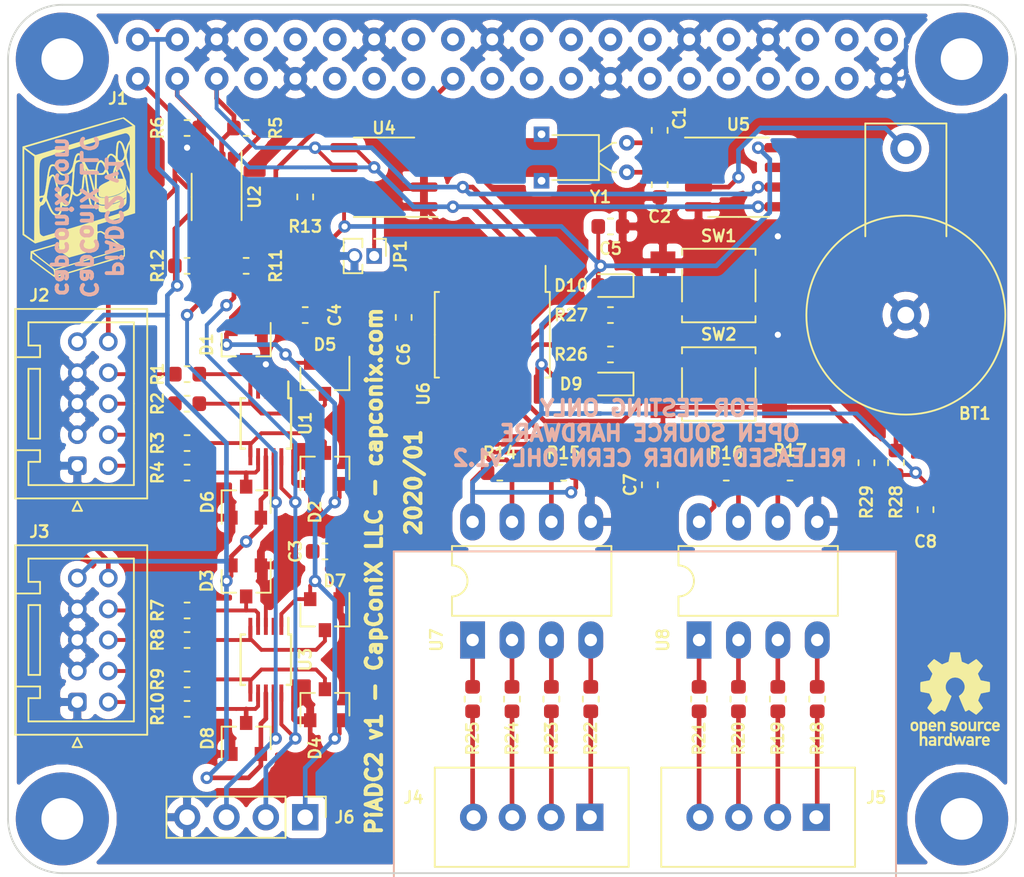
<source format=kicad_pcb>
(kicad_pcb (version 20171130) (host pcbnew 5.1.5-52549c5~84~ubuntu18.04.1)
  (title_block (title PiADC2) (date 2020-01-06) (rev 1.0) (company "CapConiX LLC") (comment 1 DM) (comment 2 DM))
  (layers (0 F.Cu mixed) (31 B.Cu mixed) (34 B.Paste user) (35 F.Paste user) (36 B.SilkS user) (37 F.SilkS user) (38 B.Mask user) (39 F.Mask user) (44 Edge.Cuts user))
  (net 0 "")
  (net 1 "Net-(J1-Pad12)")
  (net 2 "Net-(J1-Pad10)")
  (net 3 "Net-(J1-Pad8)")
  (net 4 "Net-(J1-Pad7)")
  (net 5 "Net-(J1-Pad11)")
  (net 6 "Net-(J1-Pad36)")
  (net 7 "Net-(J1-Pad38)")
  (net 8 "Net-(J1-Pad40)")
  (net 9 "Net-(J1-Pad37)")
  (net 10 "Net-(J1-Pad35)")
  (net 11 "Net-(J1-Pad33)")
  (net 12 "Net-(J1-Pad32)")
  (net 13 "Net-(J1-Pad31)")
  (net 14 "Net-(J1-Pad29)")
  (net 15 "Net-(J1-Pad27)")
  (net 16 "Net-(J1-Pad28)")
  (net 17 "Net-(J1-Pad13)")
  (net 18 "Net-(J1-Pad15)")
  (net 19 "Net-(J1-Pad16)")
  (net 20 "Net-(J1-Pad18)")
  (net 21 "Net-(J1-Pad26)")
  (net 22 "Net-(J1-Pad24)")
  (net 23 "Net-(J1-Pad23)")
  (net 24 "Net-(J1-Pad21)")
  (net 25 "Net-(J1-Pad22)")
  (net 26 "Net-(J1-Pad19)")
  (net 27 +5V)
  (net 28 +3V3)
  (net 29 GND)
  (net 30 "Net-(J2-Pad8)")
  (net 31 "Net-(J2-Pad6)")
  (net 32 "Net-(J2-Pad4)")
  (net 33 "Net-(U1-Pad2)")
  (net 34 "Net-(J2-Pad2)")
  (net 35 "Net-(D1-Pad3)")
  (net 36 "Net-(D2-Pad3)")
  (net 37 "Net-(D3-Pad3)")
  (net 38 "Net-(D4-Pad3)")
  (net 39 "Net-(D5-Pad3)")
  (net 40 "Net-(D6-Pad3)")
  (net 41 "Net-(D7-Pad3)")
  (net 42 "Net-(D8-Pad3)")
  (net 43 I2C_SDA_3V3)
  (net 44 I2C_SCL_3V3)
  (net 45 "Net-(J3-Pad8)")
  (net 46 "Net-(J3-Pad6)")
  (net 47 "Net-(J3-Pad4)")
  (net 48 "Net-(J3-Pad2)")
  (net 49 I2C_SCL_5V)
  (net 50 I2C_SDA_5V)
  (net 51 "Net-(U2-Pad5)")
  (net 52 "Net-(U3-Pad2)")
  (net 53 "Net-(JP1-Pad1)")
  (net 54 "Net-(BT1-Pad1)")
  (net 55 "Net-(C1-Pad1)")
  (net 56 "Net-(C2-Pad1)")
  (net 57 "Net-(U5-Pad7)")
  (net 58 "Net-(U6-Pad11)")
  (net 59 "Net-(U6-Pad10)")
  (net 60 "Net-(U6-Pad8)")
  (net 61 "Net-(U6-Pad7)")
  (net 62 "Net-(J4-Pad1)")
  (net 63 "Net-(J4-Pad4)")
  (net 64 "Net-(J4-Pad2)")
  (net 65 "Net-(J4-Pad3)")
  (net 66 "Net-(J5-Pad1)")
  (net 67 "Net-(J5-Pad4)")
  (net 68 "Net-(J5-Pad2)")
  (net 69 "Net-(J5-Pad3)")
  (net 70 "Net-(R14-Pad1)")
  (net 71 "Net-(R15-Pad1)")
  (net 72 "Net-(R16-Pad1)")
  (net 73 "Net-(R17-Pad1)")
  (net 74 "Net-(R18-Pad1)")
  (net 75 "Net-(R19-Pad1)")
  (net 76 "Net-(R20-Pad1)")
  (net 77 "Net-(R21-Pad1)")
  (net 78 "Net-(R22-Pad1)")
  (net 79 "Net-(R23-Pad1)")
  (net 80 "Net-(R24-Pad1)")
  (net 81 "Net-(R25-Pad1)")
  (net 82 "Net-(D9-Pad1)")
  (net 83 "Net-(D10-Pad1)")
  (net 84 "Net-(R26-Pad1)")
  (net 85 "Net-(R27-Pad1)")
  (net 86 "Net-(R28-Pad2)")
  (net 87 "Net-(R29-Pad2)")
  (module Capacitor_SMD:C_0603_1608Metric (layer F.Cu) (at 166.37 106.5275 90)
    (fp_text reference C8 (at -2.0575 0 180) (layer F.SilkS) (effects (font (size 0.75 0.75))))
    (fp_text value 0.1uF hide)
    (pad 2 smd roundrect (at 0.7875 0 90) (size 0.875 0.95) (layers F.Cu F.Paste F.Mask) (net 28 +3V3))
    (pad 1 smd roundrect (at -0.7875 0 90) (size 0.875 0.95) (layers F.Cu F.Paste F.Mask) (net 29 GND))
  )
  (module Capacitor_SMD:C_0603_1608Metric (layer F.Cu) (at 148.59 104.9275 90)
    (fp_text reference C7 (at 0 -1.27 270) (layer F.SilkS) (effects (font (size 0.75 0.75))))
    (fp_text value 0.1uF hide)
    (pad 2 smd roundrect (at 0.7875 0 90) (size 0.875 0.95) (layers F.Cu F.Paste F.Mask) (net 28 +3V3))
    (pad 1 smd roundrect (at -0.7875 0 90) (size 0.875 0.95) (layers F.Cu F.Paste F.Mask) (net 29 GND))
  )
  (module Capacitor_SMD:C_0603_1608Metric (layer F.Cu) (at 132.715 94.1325 90)
    (fp_text reference C6 (at -2.3875 0 90) (layer F.SilkS) (effects (font (size 0.75 0.75))))
    (fp_text value 0.1uF hide)
    (pad 2 smd roundrect (at 0.7875 0 90) (size 0.875 0.95) (layers F.Cu F.Paste F.Mask) (net 28 +3V3))
    (pad 1 smd roundrect (at -0.7875 0 90) (size 0.875 0.95) (layers F.Cu F.Paste F.Mask) (net 29 GND))
  )
  (module Capacitor_SMD:C_0603_1608Metric (layer F.Cu) (at 146.05 88.265 180)
    (fp_text reference C5 (at 0 -1.43) (layer F.SilkS) (effects (font (size 0.75 0.75))))
    (fp_text value 0.1uF hide)
    (pad 2 smd roundrect (at 0.7875 0 180) (size 0.875 0.95) (layers F.Cu F.Paste F.Mask) (net 28 +3V3))
    (pad 1 smd roundrect (at -0.7875 0 180) (size 0.875 0.95) (layers F.Cu F.Paste F.Mask) (net 29 GND))
  )
  (module Capacitor_SMD:C_0603_1608Metric (layer F.Cu) (at 126.365 93.98)
    (fp_text reference C4 (at 1.905 0 90) (layer F.SilkS) (effects (font (size 0.75 0.75))))
    (fp_text value 0.1uF hide)
    (pad 2 smd roundrect (at 0.7875 0) (size 0.875 0.95) (layers F.Cu F.Paste F.Mask) (net 27 +5V))
    (pad 1 smd roundrect (at -0.7875 0) (size 0.875 0.95) (layers F.Cu F.Paste F.Mask) (net 29 GND))
  )
  (module Capacitor_SMD:C_0603_1608Metric (layer F.Cu) (at 127.635 109.22 180)
    (fp_text reference C3 (at 1.905 0 270) (layer F.SilkS) (effects (font (size 0.75 0.75))))
    (fp_text value 0.1uF hide)
    (pad 2 smd roundrect (at 0.7875 0 180) (size 0.875 0.95) (layers F.Cu F.Paste F.Mask) (net 27 +5V))
    (pad 1 smd roundrect (at -0.7875 0 180) (size 0.875 0.95) (layers F.Cu F.Paste F.Mask) (net 29 GND))
  )
  (module raspberry_pi:pi_b_hat (layer F.Cu) (at 139.7 77.47)
    (fp_text reference J1 (at -25.4 2.54) (layer F.SilkS) (effects (font (size 0.75 0.75))))
    (fp_text value "Pi GPIO" hide)
    (fp_line (start -29 52.5) (end 29 52.5) (layer Edge.Cuts) (width 0.12))
    (fp_line (start 32.5 0) (end 32.5 49) (layer Edge.Cuts) (width 0.12))
    (fp_line (start -32.5 0) (end -32.5 49) (layer Edge.Cuts) (width 0.12))
    (fp_arc (start 29 49) (end 29 52.5) (angle -90) (layer Edge.Cuts) (width 0.12))
    (fp_arc (start -29 49) (end -32.5 49) (angle -90) (layer Edge.Cuts) (width 0.12))
    (fp_line (start -29 -3.5) (end 29 -3.5) (layer Edge.Cuts) (width 0.12))
    (fp_arc (start 29 0) (end 32.5 0) (angle -90) (layer Edge.Cuts) (width 0.12))
    (fp_arc (start -29 0) (end -29 -3.5) (angle -90) (layer Edge.Cuts) (width 0.12))
    (pad "" np_thru_hole circle (at 29 49) (size 6 6) (drill 2.7) (layers *.Cu *.Mask))
    (pad "" np_thru_hole circle (at -29 49) (size 6 6) (drill 2.7) (layers *.Cu *.Mask))
    (pad "" np_thru_hole circle (at 29 0) (size 6 6) (drill 2.7) (layers *.Cu *.Mask))
    (pad "" np_thru_hole circle (at -29 0) (size 6 6) (drill 2.7) (layers *.Cu *.Mask))
    (pad 2 thru_hole circle (at -24.13 -1.27) (size 1.524 1.524) (drill 0.762) (layers *.Cu *.Mask) (net 27 +5V))
    (pad 1 thru_hole circle (at -24.13 1.27) (size 1.524 1.524) (drill 0.762) (layers *.Cu *.Mask) (net 28 +3V3))
    (pad 4 thru_hole circle (at -21.59 -1.27) (size 1.524 1.524) (drill 0.762) (layers *.Cu *.Mask) (net 27 +5V))
    (pad 3 thru_hole circle (at -21.59 1.27) (size 1.524 1.524) (drill 0.762) (layers *.Cu *.Mask) (net 43 I2C_SDA_3V3))
    (pad 12 thru_hole circle (at -11.43 -1.27) (size 1.524 1.524) (drill 0.762) (layers *.Cu *.Mask) (net 1 "Net-(J1-Pad12)"))
    (pad 10 thru_hole circle (at -13.97 -1.27) (size 1.524 1.524) (drill 0.762) (layers *.Cu *.Mask) (net 2 "Net-(J1-Pad10)"))
    (pad 8 thru_hole circle (at -16.51 -1.27) (size 1.524 1.524) (drill 0.762) (layers *.Cu *.Mask) (net 3 "Net-(J1-Pad8)"))
    (pad 6 thru_hole circle (at -19.05 -1.27) (size 1.524 1.524) (drill 0.762) (layers *.Cu *.Mask) (net 29 GND))
    (pad 5 thru_hole circle (at -19.05 1.27) (size 1.524 1.524) (drill 0.762) (layers *.Cu *.Mask) (net 44 I2C_SCL_3V3))
    (pad 7 thru_hole circle (at -16.51 1.27) (size 1.524 1.524) (drill 0.762) (layers *.Cu *.Mask) (net 4 "Net-(J1-Pad7)"))
    (pad 9 thru_hole circle (at -13.97 1.27) (size 1.524 1.524) (drill 0.762) (layers *.Cu *.Mask) (net 29 GND))
    (pad 11 thru_hole circle (at -11.43 1.27) (size 1.524 1.524) (drill 0.762) (layers *.Cu *.Mask) (net 5 "Net-(J1-Pad11)"))
    (pad 34 thru_hole circle (at 16.51 -1.27) (size 1.524 1.524) (drill 0.762) (layers *.Cu *.Mask) (net 29 GND))
    (pad 36 thru_hole circle (at 19.05 -1.27) (size 1.524 1.524) (drill 0.762) (layers *.Cu *.Mask) (net 6 "Net-(J1-Pad36)"))
    (pad 38 thru_hole circle (at 21.59 -1.27) (size 1.524 1.524) (drill 0.762) (layers *.Cu *.Mask) (net 7 "Net-(J1-Pad38)"))
    (pad 40 thru_hole circle (at 24.13 -1.27) (size 1.524 1.524) (drill 0.762) (layers *.Cu *.Mask) (net 8 "Net-(J1-Pad40)"))
    (pad 39 thru_hole circle (at 24.13 1.27) (size 1.524 1.524) (drill 0.762) (layers *.Cu *.Mask) (net 29 GND))
    (pad 37 thru_hole circle (at 21.59 1.27) (size 1.524 1.524) (drill 0.762) (layers *.Cu *.Mask) (net 9 "Net-(J1-Pad37)"))
    (pad 35 thru_hole circle (at 19.05 1.27) (size 1.524 1.524) (drill 0.762) (layers *.Cu *.Mask) (net 10 "Net-(J1-Pad35)"))
    (pad 33 thru_hole circle (at 16.51 1.27) (size 1.524 1.524) (drill 0.762) (layers *.Cu *.Mask) (net 11 "Net-(J1-Pad33)"))
    (pad 32 thru_hole circle (at 13.97 -1.27) (size 1.524 1.524) (drill 0.762) (layers *.Cu *.Mask) (net 12 "Net-(J1-Pad32)"))
    (pad 31 thru_hole circle (at 13.97 1.27) (size 1.524 1.524) (drill 0.762) (layers *.Cu *.Mask) (net 13 "Net-(J1-Pad31)"))
    (pad 30 thru_hole circle (at 11.43 -1.27) (size 1.524 1.524) (drill 0.762) (layers *.Cu *.Mask) (net 29 GND))
    (pad 29 thru_hole circle (at 11.43 1.27) (size 1.524 1.524) (drill 0.762) (layers *.Cu *.Mask) (net 14 "Net-(J1-Pad29)"))
    (pad 27 thru_hole circle (at 8.89 1.27) (size 1.524 1.524) (drill 0.762) (layers *.Cu *.Mask) (net 15 "Net-(J1-Pad27)"))
    (pad 28 thru_hole circle (at 8.89 -1.27) (size 1.524 1.524) (drill 0.762) (layers *.Cu *.Mask) (net 16 "Net-(J1-Pad28)"))
    (pad 14 thru_hole circle (at -8.89 -1.27) (size 1.524 1.524) (drill 0.762) (layers *.Cu *.Mask) (net 29 GND))
    (pad 13 thru_hole circle (at -8.89 1.27) (size 1.524 1.524) (drill 0.762) (layers *.Cu *.Mask) (net 17 "Net-(J1-Pad13)"))
    (pad 15 thru_hole circle (at -6.35 1.27) (size 1.524 1.524) (drill 0.762) (layers *.Cu *.Mask) (net 18 "Net-(J1-Pad15)"))
    (pad 16 thru_hole circle (at -6.35 -1.27) (size 1.524 1.524) (drill 0.762) (layers *.Cu *.Mask) (net 19 "Net-(J1-Pad16)"))
    (pad 18 thru_hole circle (at -3.81 -1.27) (size 1.524 1.524) (drill 0.762) (layers *.Cu *.Mask) (net 20 "Net-(J1-Pad18)"))
    (pad 17 thru_hole circle (at -3.81 1.27) (size 1.524 1.524) (drill 0.762) (layers *.Cu *.Mask) (net 28 +3V3))
    (pad 25 thru_hole circle (at 6.35 1.27) (size 1.524 1.524) (drill 0.762) (layers *.Cu *.Mask) (net 29 GND))
    (pad 26 thru_hole circle (at 6.35 -1.27) (size 1.524 1.524) (drill 0.762) (layers *.Cu *.Mask) (net 21 "Net-(J1-Pad26)"))
    (pad 24 thru_hole circle (at 3.81 -1.27) (size 1.524 1.524) (drill 0.762) (layers *.Cu *.Mask) (net 22 "Net-(J1-Pad24)"))
    (pad 23 thru_hole circle (at 3.81 1.27) (size 1.524 1.524) (drill 0.762) (layers *.Cu *.Mask) (net 23 "Net-(J1-Pad23)"))
    (pad 21 thru_hole circle (at 1.27 1.27) (size 1.524 1.524) (drill 0.762) (layers *.Cu *.Mask) (net 24 "Net-(J1-Pad21)"))
    (pad 22 thru_hole circle (at 1.27 -1.27) (size 1.524 1.524) (drill 0.762) (layers *.Cu *.Mask) (net 25 "Net-(J1-Pad22)"))
    (pad 20 thru_hole circle (at -1.27 -1.27) (size 1.524 1.524) (drill 0.762) (layers *.Cu *.Mask) (net 29 GND))
    (pad 19 thru_hole circle (at -1.27 1.27) (size 1.524 1.524) (drill 0.762) (layers *.Cu *.Mask) (net 26 "Net-(J1-Pad19)"))
  )
  (module Symbol:OSHW-Logo_5.7x6mm_SilkScreen (layer F.Cu) (at 168.275 118.745)
    (fp_text reference LOGO2 hide)
    (fp_text value SYM_Magnet_Small hide)
  )
  (module CapConiX_Logos:CapConiX_Logo_10_7 (layer F.Cu) (at 111.76 86.36)
    (fp_text reference LOGO1 hide)
    (fp_text value SYM_Magnet_Small hide)
  )
  (module BH401:BH401 (layer F.Cu) (at 165.1 93.98 180)
    (fp_text reference BT1 (at -4.445 -6.35 180) (layer F.SilkS) (effects (font (size 0.75 0.75))))
    (fp_text value Battery_Cell hide)
    (pad 1 thru_hole circle (at 0 10.74 180) (size 2 2) (drill 1.07) (layers *.Cu *.Mask) (net 54 "Net-(BT1-Pad1)"))
    (pad 2 thru_hole circle (at 0 0 180) (size 2 2) (drill 1.07) (layers *.Cu *.Mask) (net 29 GND))
  )
  (module Button_Switch_SMD:SW_SPST_TL3305A (layer F.Cu) (at 153.035 92.075)
    (fp_text reference SW1 (at 0 -3.2) (layer F.SilkS) (effects (font (size 0.75 0.75))))
    (fp_text value SW_Push hide)
    (pad 2 smd rect (at -3.6 1.5) (size 1.6 1.4) (layers F.Cu F.Paste F.Mask) (net 86 "Net-(R28-Pad2)"))
    (pad 2 smd rect (at 3.6 1.5) (size 1.6 1.4) (layers F.Cu F.Paste F.Mask) (net 86 "Net-(R28-Pad2)"))
    (pad 1 smd rect (at -3.6 -1.5) (size 1.6 1.4) (layers F.Cu F.Paste F.Mask) (net 29 GND))
    (pad 1 smd rect (at 3.6 -1.5) (size 1.6 1.4) (layers F.Cu F.Paste F.Mask) (net 29 GND))
  )
  (module Button_Switch_SMD:SW_SPST_TL3305A (layer F.Cu) (at 153.035 98.425)
    (fp_text reference SW2 (at 0 -3.2) (layer F.SilkS) (effects (font (size 0.75 0.75))))
    (fp_text value SW_Push hide)
    (pad 2 smd rect (at -3.6 1.5) (size 1.6 1.4) (layers F.Cu F.Paste F.Mask) (net 87 "Net-(R29-Pad2)"))
    (pad 2 smd rect (at 3.6 1.5) (size 1.6 1.4) (layers F.Cu F.Paste F.Mask) (net 87 "Net-(R29-Pad2)"))
    (pad 1 smd rect (at -3.6 -1.5) (size 1.6 1.4) (layers F.Cu F.Paste F.Mask) (net 29 GND))
    (pad 1 smd rect (at 3.6 -1.5) (size 1.6 1.4) (layers F.Cu F.Paste F.Mask) (net 29 GND))
  )
  (module Resistor_SMD:R_0603_1608Metric (layer F.Cu) (at 162.56 103.505 90)
    (fp_text reference R29 (at -2.54 0 90) (layer F.SilkS) (effects (font (size 0.75 0.75))))
    (fp_text value 10K hide)
    (pad 2 smd roundrect (at 0.7875 0 90) (size 0.875 0.95) (layers F.Cu F.Paste F.Mask) (net 87 "Net-(R29-Pad2)"))
    (pad 1 smd roundrect (at -0.7875 0 90) (size 0.875 0.95) (layers F.Cu F.Paste F.Mask) (net 28 +3V3))
  )
  (module Resistor_SMD:R_0603_1608Metric (layer F.Cu) (at 164.465 103.505 90)
    (fp_text reference R28 (at -2.54 0 270) (layer F.SilkS) (effects (font (size 0.75 0.75))))
    (fp_text value 10K hide)
    (pad 2 smd roundrect (at 0.7875 0 90) (size 0.875 0.95) (layers F.Cu F.Paste F.Mask) (net 86 "Net-(R28-Pad2)"))
    (pad 1 smd roundrect (at -0.7875 0 90) (size 0.875 0.95) (layers F.Cu F.Paste F.Mask) (net 28 +3V3))
  )
  (module Resistor_SMD:R_0603_1608Metric (layer F.Cu) (at 146.05 93.98)
    (fp_text reference R27 (at -2.54 0) (layer F.SilkS) (effects (font (size 0.75 0.75))))
    (fp_text value 470 hide)
    (pad 2 smd roundrect (at 0.7875 0) (size 0.875 0.95) (layers F.Cu F.Paste F.Mask) (net 83 "Net-(D10-Pad1)"))
    (pad 1 smd roundrect (at -0.7875 0) (size 0.875 0.95) (layers F.Cu F.Paste F.Mask) (net 85 "Net-(R27-Pad1)"))
  )
  (module Resistor_SMD:R_0603_1608Metric (layer F.Cu) (at 146.05 96.52)
    (fp_text reference R26 (at -2.54 0) (layer F.SilkS) (effects (font (size 0.75 0.75))))
    (fp_text value 470 hide)
    (pad 2 smd roundrect (at 0.7875 0) (size 0.875 0.95) (layers F.Cu F.Paste F.Mask) (net 82 "Net-(D9-Pad1)"))
    (pad 1 smd roundrect (at -0.7875 0) (size 0.875 0.95) (layers F.Cu F.Paste F.Mask) (net 84 "Net-(R26-Pad1)"))
  )
  (module LED_SMD:LED_0603_1608Metric (layer F.Cu) (at 146.05 92.075 180)
    (fp_text reference D10 (at 2.54 0) (layer F.SilkS) (effects (font (size 0.75 0.75))))
    (fp_text value LED2 hide)
    (pad 2 smd roundrect (at 0.7875 0 180) (size 0.875 0.95) (layers F.Cu F.Paste F.Mask) (net 28 +3V3))
    (pad 1 smd roundrect (at -0.7875 0 180) (size 0.875 0.95) (layers F.Cu F.Paste F.Mask) (net 83 "Net-(D10-Pad1)"))
  )
  (module LED_SMD:LED_0603_1608Metric (layer F.Cu) (at 146.05 98.425 180)
    (fp_text reference D9 (at 2.54 0) (layer F.SilkS) (effects (font (size 0.75 0.75))))
    (fp_text value LED1 hide)
    (pad 2 smd roundrect (at 0.7875 0 180) (size 0.875 0.95) (layers F.Cu F.Paste F.Mask) (net 28 +3V3))
    (pad 1 smd roundrect (at -0.7875 0 180) (size 0.875 0.95) (layers F.Cu F.Paste F.Mask) (net 82 "Net-(D9-Pad1)"))
  )
  (module Connector_PinHeader_2.54mm:PinHeader_1x04_P2.54mm_Vertical (layer F.Cu) (at 126.365 126.365 270)
    (fp_text reference J6 (at 0 -2.54 180) (layer F.SilkS) (effects (font (size 0.75 0.75))))
    (fp_text value I2C_OUT hide)
    (pad 4 thru_hole oval (at 0 7.62 270) (size 1.7 1.7) (drill 1) (layers *.Cu *.Mask) (net 29 GND))
    (pad 3 thru_hole oval (at 0 5.08 270) (size 1.7 1.7) (drill 1) (layers *.Cu *.Mask) (net 50 I2C_SDA_5V))
    (pad 2 thru_hole oval (at 0 2.54 270) (size 1.7 1.7) (drill 1) (layers *.Cu *.Mask) (net 49 I2C_SCL_5V))
    (pad 1 thru_hole rect (at 0 0 270) (size 1.7 1.7) (drill 1) (layers *.Cu *.Mask) (net 27 +5V))
  )
  (module Package_DIP:DIP-8_W7.62mm_LongPads (layer F.Cu) (at 151.765 114.935 90)
    (fp_text reference U8 (at 0 -2.33 90) (layer F.SilkS) (effects (font (size 0.75 0.75))))
    (fp_text value HCPL2631M hide)
    (pad 8 thru_hole oval (at 7.62 0 90) (size 2.4 1.6) (drill 0.8) (layers *.Cu *.Mask) (net 28 +3V3))
    (pad 4 thru_hole oval (at 0 7.62 90) (size 2.4 1.6) (drill 0.8) (layers *.Cu *.Mask) (net 74 "Net-(R18-Pad1)"))
    (pad 7 thru_hole oval (at 7.62 2.54 90) (size 2.4 1.6) (drill 0.8) (layers *.Cu *.Mask) (net 72 "Net-(R16-Pad1)"))
    (pad 3 thru_hole oval (at 0 5.08 90) (size 2.4 1.6) (drill 0.8) (layers *.Cu *.Mask) (net 75 "Net-(R19-Pad1)"))
    (pad 6 thru_hole oval (at 7.62 5.08 90) (size 2.4 1.6) (drill 0.8) (layers *.Cu *.Mask) (net 73 "Net-(R17-Pad1)"))
    (pad 2 thru_hole oval (at 0 2.54 90) (size 2.4 1.6) (drill 0.8) (layers *.Cu *.Mask) (net 76 "Net-(R20-Pad1)"))
    (pad 5 thru_hole oval (at 7.62 7.62 90) (size 2.4 1.6) (drill 0.8) (layers *.Cu *.Mask) (net 29 GND))
    (pad 1 thru_hole rect (at 0 0 90) (size 2.4 1.6) (drill 0.8) (layers *.Cu *.Mask) (net 77 "Net-(R21-Pad1)"))
  )
  (module Resistor_SMD:R_0603_1608Metric (layer F.Cu) (at 137.16 118.745 270)
    (fp_text reference R25 (at 2.54 0 90) (layer F.SilkS) (effects (font (size 0.75 0.75))))
    (fp_text value 10K hide)
    (pad 2 smd roundrect (at 0.7875 0 270) (size 0.875 0.95) (layers F.Cu F.Paste F.Mask) (net 63 "Net-(J4-Pad4)"))
    (pad 1 smd roundrect (at -0.7875 0 270) (size 0.875 0.95) (layers F.Cu F.Paste F.Mask) (net 81 "Net-(R25-Pad1)"))
  )
  (module Resistor_SMD:R_0603_1608Metric (layer F.Cu) (at 139.7 118.745 270)
    (fp_text reference R24 (at 2.54 0 90) (layer F.SilkS) (effects (font (size 0.75 0.75))))
    (fp_text value 10K hide)
    (pad 2 smd roundrect (at 0.7875 0 270) (size 0.875 0.95) (layers F.Cu F.Paste F.Mask) (net 65 "Net-(J4-Pad3)"))
    (pad 1 smd roundrect (at -0.7875 0 270) (size 0.875 0.95) (layers F.Cu F.Paste F.Mask) (net 80 "Net-(R24-Pad1)"))
  )
  (module Resistor_SMD:R_0603_1608Metric (layer F.Cu) (at 142.24 118.745 270)
    (fp_text reference R23 (at 2.54 0 90) (layer F.SilkS) (effects (font (size 0.75 0.75))))
    (fp_text value 10K hide)
    (pad 2 smd roundrect (at 0.7875 0 270) (size 0.875 0.95) (layers F.Cu F.Paste F.Mask) (net 64 "Net-(J4-Pad2)"))
    (pad 1 smd roundrect (at -0.7875 0 270) (size 0.875 0.95) (layers F.Cu F.Paste F.Mask) (net 79 "Net-(R23-Pad1)"))
  )
  (module Resistor_SMD:R_0603_1608Metric (layer F.Cu) (at 144.78 118.745 270)
    (fp_text reference R22 (at 2.54 0 90) (layer F.SilkS) (effects (font (size 0.75 0.75))))
    (fp_text value 10K hide)
    (pad 2 smd roundrect (at 0.7875 0 270) (size 0.875 0.95) (layers F.Cu F.Paste F.Mask) (net 62 "Net-(J4-Pad1)"))
    (pad 1 smd roundrect (at -0.7875 0 270) (size 0.875 0.95) (layers F.Cu F.Paste F.Mask) (net 78 "Net-(R22-Pad1)"))
  )
  (module Resistor_SMD:R_0603_1608Metric (layer F.Cu) (at 151.765 118.745 270)
    (fp_text reference R21 (at 2.54 0 90) (layer F.SilkS) (effects (font (size 0.75 0.75))))
    (fp_text value 10K hide)
    (pad 2 smd roundrect (at 0.7875 0 270) (size 0.875 0.95) (layers F.Cu F.Paste F.Mask) (net 67 "Net-(J5-Pad4)"))
    (pad 1 smd roundrect (at -0.7875 0 270) (size 0.875 0.95) (layers F.Cu F.Paste F.Mask) (net 77 "Net-(R21-Pad1)"))
  )
  (module Resistor_SMD:R_0603_1608Metric (layer F.Cu) (at 154.305 118.745 270)
    (fp_text reference R20 (at 2.54 0 90) (layer F.SilkS) (effects (font (size 0.75 0.75))))
    (fp_text value 10K hide)
    (pad 2 smd roundrect (at 0.7875 0 270) (size 0.875 0.95) (layers F.Cu F.Paste F.Mask) (net 69 "Net-(J5-Pad3)"))
    (pad 1 smd roundrect (at -0.7875 0 270) (size 0.875 0.95) (layers F.Cu F.Paste F.Mask) (net 76 "Net-(R20-Pad1)"))
  )
  (module Resistor_SMD:R_0603_1608Metric (layer F.Cu) (at 156.845 118.745 270)
    (fp_text reference R19 (at 2.54 0 90) (layer F.SilkS) (effects (font (size 0.75 0.75))))
    (fp_text value 10K hide)
    (pad 2 smd roundrect (at 0.7875 0 270) (size 0.875 0.95) (layers F.Cu F.Paste F.Mask) (net 68 "Net-(J5-Pad2)"))
    (pad 1 smd roundrect (at -0.7875 0 270) (size 0.875 0.95) (layers F.Cu F.Paste F.Mask) (net 75 "Net-(R19-Pad1)"))
  )
  (module Resistor_SMD:R_0603_1608Metric (layer F.Cu) (at 159.385 118.745 270)
    (fp_text reference R18 (at 2.54 0 90) (layer F.SilkS) (effects (font (size 0.75 0.75))))
    (fp_text value 10K hide)
    (pad 2 smd roundrect (at 0.7875 0 270) (size 0.875 0.95) (layers F.Cu F.Paste F.Mask) (net 66 "Net-(J5-Pad1)"))
    (pad 1 smd roundrect (at -0.7875 0 270) (size 0.875 0.95) (layers F.Cu F.Paste F.Mask) (net 74 "Net-(R18-Pad1)"))
  )
  (module Resistor_SMD:R_0603_1608Metric (layer F.Cu) (at 157.6325 104.14)
    (fp_text reference R17 (at 0 -1.43) (layer F.SilkS) (effects (font (size 0.75 0.75))))
    (fp_text value 10K hide)
    (pad 2 smd roundrect (at 0.7875 0) (size 0.875 0.95) (layers F.Cu F.Paste F.Mask) (net 28 +3V3))
    (pad 1 smd roundrect (at -0.7875 0) (size 0.875 0.95) (layers F.Cu F.Paste F.Mask) (net 73 "Net-(R17-Pad1)"))
  )
  (module Resistor_SMD:R_0603_1608Metric (layer F.Cu) (at 153.5175 104.14 180)
    (fp_text reference R16 (at 0 1.27) (layer F.SilkS) (effects (font (size 0.75 0.75))))
    (fp_text value 10K hide)
    (pad 2 smd roundrect (at 0.7875 0 180) (size 0.875 0.95) (layers F.Cu F.Paste F.Mask) (net 28 +3V3))
    (pad 1 smd roundrect (at -0.7875 0 180) (size 0.875 0.95) (layers F.Cu F.Paste F.Mask) (net 72 "Net-(R16-Pad1)"))
  )
  (module Resistor_SMD:R_0603_1608Metric (layer F.Cu) (at 143.0275 104.14)
    (fp_text reference R15 (at 0 -1.27) (layer F.SilkS) (effects (font (size 0.75 0.75))))
    (fp_text value 10K hide)
    (pad 2 smd roundrect (at 0.7875 0) (size 0.875 0.95) (layers F.Cu F.Paste F.Mask) (net 28 +3V3))
    (pad 1 smd roundrect (at -0.7875 0) (size 0.875 0.95) (layers F.Cu F.Paste F.Mask) (net 71 "Net-(R15-Pad1)"))
  )
  (module Resistor_SMD:R_0603_1608Metric (layer F.Cu) (at 138.9125 104.14 180)
    (fp_text reference R14 (at 0 1.27 180) (layer F.SilkS) (effects (font (size 0.75 0.75))))
    (fp_text value 10K hide)
    (pad 2 smd roundrect (at 0.7875 0 180) (size 0.875 0.95) (layers F.Cu F.Paste F.Mask) (net 28 +3V3))
    (pad 1 smd roundrect (at -0.7875 0 180) (size 0.875 0.95) (layers F.Cu F.Paste F.Mask) (net 70 "Net-(R14-Pad1)"))
  )
  (module "JST-XA:B04B-XASK-1(LF)(SN)" (layer F.Cu) (at 155.575 126.365 180)
    (fp_text reference J5 (at -7.62 1.27) (layer F.SilkS) (effects (font (size 0.75 0.75))))
    (fp_text value ISO_IN_2 hide)
    (pad 1 thru_hole rect (at -3.75 0 180) (size 1.75 1.75) (drill 0.9) (layers *.Cu *.Mask) (net 66 "Net-(J5-Pad1)"))
    (pad 4 thru_hole circle (at 3.75 0 180) (size 1.75 1.75) (drill 0.9) (layers *.Cu *.Mask) (net 67 "Net-(J5-Pad4)"))
    (pad 2 thru_hole circle (at -1.25 0 180) (size 1.75 1.75) (drill 0.9) (layers *.Cu *.Mask) (net 68 "Net-(J5-Pad2)"))
    (pad 3 thru_hole circle (at 1.25 0 180) (size 1.75 1.75) (drill 0.9) (layers *.Cu *.Mask) (net 69 "Net-(J5-Pad3)"))
  )
  (module "JST-XA:B04B-XASK-1(LF)(SN)" (layer F.Cu) (at 140.97 126.365 180)
    (fp_text reference J4 (at 7.62 1.27) (layer F.SilkS) (effects (font (size 0.75 0.75))))
    (fp_text value ISO_IN_1 hide)
    (pad 1 thru_hole rect (at -3.75 0 180) (size 1.75 1.75) (drill 0.9) (layers *.Cu *.Mask) (net 62 "Net-(J4-Pad1)"))
    (pad 4 thru_hole circle (at 3.75 0 180) (size 1.75 1.75) (drill 0.9) (layers *.Cu *.Mask) (net 63 "Net-(J4-Pad4)"))
    (pad 2 thru_hole circle (at -1.25 0 180) (size 1.75 1.75) (drill 0.9) (layers *.Cu *.Mask) (net 64 "Net-(J4-Pad2)"))
    (pad 3 thru_hole circle (at 1.25 0 180) (size 1.75 1.75) (drill 0.9) (layers *.Cu *.Mask) (net 65 "Net-(J4-Pad3)"))
  )
  (module Package_DIP:DIP-8_W7.62mm_LongPads (layer F.Cu) (at 137.16 114.935 90)
    (fp_text reference U7 (at 0 -2.33 90) (layer F.SilkS) (effects (font (size 0.75 0.75))))
    (fp_text value HCPL2631M hide)
    (pad 8 thru_hole oval (at 7.62 0 90) (size 2.4 1.6) (drill 0.8) (layers *.Cu *.Mask) (net 28 +3V3))
    (pad 4 thru_hole oval (at 0 7.62 90) (size 2.4 1.6) (drill 0.8) (layers *.Cu *.Mask) (net 78 "Net-(R22-Pad1)"))
    (pad 7 thru_hole oval (at 7.62 2.54 90) (size 2.4 1.6) (drill 0.8) (layers *.Cu *.Mask) (net 70 "Net-(R14-Pad1)"))
    (pad 3 thru_hole oval (at 0 5.08 90) (size 2.4 1.6) (drill 0.8) (layers *.Cu *.Mask) (net 79 "Net-(R23-Pad1)"))
    (pad 6 thru_hole oval (at 7.62 5.08 90) (size 2.4 1.6) (drill 0.8) (layers *.Cu *.Mask) (net 71 "Net-(R15-Pad1)"))
    (pad 2 thru_hole oval (at 0 2.54 90) (size 2.4 1.6) (drill 0.8) (layers *.Cu *.Mask) (net 80 "Net-(R24-Pad1)"))
    (pad 5 thru_hole oval (at 7.62 7.62 90) (size 2.4 1.6) (drill 0.8) (layers *.Cu *.Mask) (net 29 GND))
    (pad 1 thru_hole rect (at 0 0 90) (size 2.4 1.6) (drill 0.8) (layers *.Cu *.Mask) (net 81 "Net-(R25-Pad1)"))
  )
  (module Package_SO:SSOP-20_5.3x7.2mm_P0.65mm (layer F.Cu) (at 138.43 95.25 270)
    (fp_text reference U6 (at 3.81 4.445 90) (layer F.SilkS) (effects (font (size 0.75 0.75))))
    (fp_text value MCP23008T-E_SS hide)
    (pad 20 smd roundrect (at 3.5 -2.925 270) (size 1.9 0.5) (layers F.Cu F.Paste F.Mask) (net 28 +3V3))
    (pad 19 smd roundrect (at 3.5 -2.275 270) (size 1.9 0.5) (layers F.Cu F.Paste F.Mask) (net 86 "Net-(R28-Pad2)"))
    (pad 18 smd roundrect (at 3.5 -1.625 270) (size 1.9 0.5) (layers F.Cu F.Paste F.Mask) (net 87 "Net-(R29-Pad2)"))
    (pad 17 smd roundrect (at 3.5 -0.975 270) (size 1.9 0.5) (layers F.Cu F.Paste F.Mask) (net 84 "Net-(R26-Pad1)"))
    (pad 16 smd roundrect (at 3.5 -0.325 270) (size 1.9 0.5) (layers F.Cu F.Paste F.Mask) (net 85 "Net-(R27-Pad1)"))
    (pad 15 smd roundrect (at 3.5 0.325 270) (size 1.9 0.5) (layers F.Cu F.Paste F.Mask) (net 73 "Net-(R17-Pad1)"))
    (pad 14 smd roundrect (at 3.5 0.975 270) (size 1.9 0.5) (layers F.Cu F.Paste F.Mask) (net 72 "Net-(R16-Pad1)"))
    (pad 13 smd roundrect (at 3.5 1.625 270) (size 1.9 0.5) (layers F.Cu F.Paste F.Mask) (net 71 "Net-(R15-Pad1)"))
    (pad 12 smd roundrect (at 3.5 2.275 270) (size 1.9 0.5) (layers F.Cu F.Paste F.Mask) (net 70 "Net-(R14-Pad1)"))
    (pad 11 smd roundrect (at 3.5 2.925 270) (size 1.9 0.5) (layers F.Cu F.Paste F.Mask) (net 58 "Net-(U6-Pad11)"))
    (pad 10 smd roundrect (at -3.5 2.925 270) (size 1.9 0.5) (layers F.Cu F.Paste F.Mask) (net 59 "Net-(U6-Pad10)"))
    (pad 9 smd roundrect (at -3.5 2.275 270) (size 1.9 0.5) (layers F.Cu F.Paste F.Mask) (net 29 GND))
    (pad 8 smd roundrect (at -3.5 1.625 270) (size 1.9 0.5) (layers F.Cu F.Paste F.Mask) (net 60 "Net-(U6-Pad8)"))
    (pad 7 smd roundrect (at -3.5 0.975 270) (size 1.9 0.5) (layers F.Cu F.Paste F.Mask) (net 61 "Net-(U6-Pad7)"))
    (pad 6 smd roundrect (at -3.5 0.325 270) (size 1.9 0.5) (layers F.Cu F.Paste F.Mask) (net 28 +3V3))
    (pad 5 smd roundrect (at -3.5 -0.325 270) (size 1.9 0.5) (layers F.Cu F.Paste F.Mask) (net 29 GND))
    (pad 4 smd roundrect (at -3.5 -0.975 270) (size 1.9 0.5) (layers F.Cu F.Paste F.Mask) (net 29 GND))
    (pad 3 smd roundrect (at -3.5 -1.625 270) (size 1.9 0.5) (layers F.Cu F.Paste F.Mask) (net 29 GND))
    (pad 2 smd roundrect (at -3.5 -2.275 270) (size 1.9 0.5) (layers F.Cu F.Paste F.Mask) (net 43 I2C_SDA_3V3))
    (pad 1 smd roundrect (at -3.5 -2.925 270) (size 1.9 0.5) (layers F.Cu F.Paste F.Mask) (net 44 I2C_SCL_3V3))
  )
  (module Crystal:Crystal_DS26_D2.0mm_L6.0mm_Horizontal_1EP_style2 (layer F.Cu) (at 147.105 82.87 270)
    (fp_text reference Y1 (at 3.49 1.69) (layer F.SilkS) (effects (font (size 0.75 0.75))))
    (fp_text value Crystal hide)
    (pad 3 thru_hole rect (at 2.45 5.5 270) (size 1 1) (drill 0.5) (layers *.Cu *.Mask))
    (pad 3 thru_hole rect (at -0.55 5.5 270) (size 1 1) (drill 0.5) (layers *.Cu *.Mask))
    (pad 3 smd rect (at 0.95 5.5 270) (size 2.5 6) (layers F.Cu F.Paste F.Mask))
    (pad 2 thru_hole circle (at 1.9 0 270) (size 1 1) (drill 0.5) (layers *.Cu *.Mask) (net 56 "Net-(C2-Pad1)"))
    (pad 1 thru_hole circle (at 0 0 270) (size 1 1) (drill 0.5) (layers *.Cu *.Mask) (net 55 "Net-(C1-Pad1)"))
  )
  (module Package_SO:SO-8_3.9x4.9mm_P1.27mm (layer F.Cu) (at 154.305 85.09)
    (fp_text reference U5 (at 0 -3.4) (layer F.SilkS) (effects (font (size 0.75 0.75))))
    (fp_text value MCP79401-I_SN hide)
    (pad 8 smd roundrect (at 2.575 -1.905) (size 1.75 0.6) (layers F.Cu F.Paste F.Mask) (net 28 +3V3))
    (pad 7 smd roundrect (at 2.575 -0.635) (size 1.75 0.6) (layers F.Cu F.Paste F.Mask) (net 57 "Net-(U5-Pad7)"))
    (pad 6 smd roundrect (at 2.575 0.635) (size 1.75 0.6) (layers F.Cu F.Paste F.Mask) (net 44 I2C_SCL_3V3))
    (pad 5 smd roundrect (at 2.575 1.905) (size 1.75 0.6) (layers F.Cu F.Paste F.Mask) (net 43 I2C_SDA_3V3))
    (pad 4 smd roundrect (at -2.575 1.905) (size 1.75 0.6) (layers F.Cu F.Paste F.Mask) (net 29 GND))
    (pad 3 smd roundrect (at -2.575 0.635) (size 1.75 0.6) (layers F.Cu F.Paste F.Mask) (net 54 "Net-(BT1-Pad1)"))
    (pad 2 smd roundrect (at -2.575 -0.635) (size 1.75 0.6) (layers F.Cu F.Paste F.Mask) (net 56 "Net-(C2-Pad1)"))
    (pad 1 smd roundrect (at -2.575 -1.905) (size 1.75 0.6) (layers F.Cu F.Paste F.Mask) (net 55 "Net-(C1-Pad1)"))
  )
  (module Capacitor_SMD:C_0603_1608Metric (layer F.Cu) (at 149.225 85.5725 270)
    (fp_text reference C2 (at 2.0575 0 180) (layer F.SilkS) (effects (font (size 0.75 0.75))))
    (fp_text value C_Small hide)
    (pad 2 smd roundrect (at 0.7875 0 270) (size 0.875 0.95) (layers F.Cu F.Paste F.Mask) (net 29 GND))
    (pad 1 smd roundrect (at -0.7875 0 270) (size 0.875 0.95) (layers F.Cu F.Paste F.Mask) (net 56 "Net-(C2-Pad1)"))
  )
  (module Capacitor_SMD:C_0603_1608Metric (layer F.Cu) (at 149.225 82.0675 90)
    (fp_text reference C1 (at 0.7875 1.27 270) (layer F.SilkS) (effects (font (size 0.75 0.75))))
    (fp_text value C_Small hide)
    (pad 2 smd roundrect (at 0.7875 0 90) (size 0.875 0.95) (layers F.Cu F.Paste F.Mask) (net 29 GND))
    (pad 1 smd roundrect (at -0.7875 0 90) (size 0.875 0.95) (layers F.Cu F.Paste F.Mask) (net 55 "Net-(C1-Pad1)"))
  )
  (module Resistor_SMD:R_0603_1608Metric (layer F.Cu) (at 126.365 86.36 270)
    (fp_text reference R13 (at 1.905 0 180) (layer F.SilkS) (effects (font (size 0.75 0.75))))
    (fp_text value 10K hide)
    (pad 2 smd roundrect (at 0.7875 0 270) (size 0.875 0.95) (layers F.Cu F.Paste F.Mask) (net 28 +3V3))
    (pad 1 smd roundrect (at -0.7875 0 270) (size 0.875 0.95) (layers F.Cu F.Paste F.Mask) (net 53 "Net-(JP1-Pad1)"))
  )
  (module Connector_PinHeader_1.27mm:PinHeader_1x02_P1.27mm_Vertical (layer F.Cu) (at 130.81 90.17 270)
    (fp_text reference JP1 (at 0 -1.695 90) (layer F.SilkS) (effects (font (size 0.75 0.75))))
    (fp_text value ENABLE_CAL hide)
    (pad 2 thru_hole oval (at 0 1.27 270) (size 1 1) (drill 0.65) (layers *.Cu *.Mask) (net 29 GND))
    (pad 1 thru_hole rect (at 0 0 270) (size 1 1) (drill 0.65) (layers *.Cu *.Mask) (net 53 "Net-(JP1-Pad1)"))
  )
  (module Package_SO:SO-8_3.9x4.9mm_P1.27mm (layer F.Cu) (at 131.445 85.09 180)
    (fp_text reference U4 (at 0 3.175) (layer F.SilkS) (effects (font (size 0.75 0.75))))
    (fp_text value 24LC16 hide)
    (pad 8 smd roundrect (at 2.575 -1.905 180) (size 1.75 0.6) (layers F.Cu F.Paste F.Mask) (net 28 +3V3))
    (pad 7 smd roundrect (at 2.575 -0.635 180) (size 1.75 0.6) (layers F.Cu F.Paste F.Mask) (net 53 "Net-(JP1-Pad1)"))
    (pad 6 smd roundrect (at 2.575 0.635 180) (size 1.75 0.6) (layers F.Cu F.Paste F.Mask) (net 44 I2C_SCL_3V3))
    (pad 5 smd roundrect (at 2.575 1.905 180) (size 1.75 0.6) (layers F.Cu F.Paste F.Mask) (net 43 I2C_SDA_3V3))
    (pad 4 smd roundrect (at -2.575 1.905 180) (size 1.75 0.6) (layers F.Cu F.Paste F.Mask) (net 29 GND))
    (pad 3 smd roundrect (at -2.575 0.635 180) (size 1.75 0.6) (layers F.Cu F.Paste F.Mask) (net 29 GND))
    (pad 2 smd roundrect (at -2.575 -0.635 180) (size 1.75 0.6) (layers F.Cu F.Paste F.Mask) (net 29 GND))
    (pad 1 smd roundrect (at -2.575 -1.905 180) (size 1.75 0.6) (layers F.Cu F.Paste F.Mask) (net 29 GND))
  )
  (module Package_SO:TSSOP-10_3x3mm_P0.5mm (layer F.Cu) (at 123.825 116.205 270)
    (fp_text reference U3 (at 0 -2.55 90) (layer F.SilkS) (effects (font (size 0.75 0.75))))
    (fp_text value ADS1115IDGS hide)
    (pad 10 smd rect (at 2.15 -1 270) (size 1.1 0.25) (layers F.Cu F.Paste F.Mask) (net 49 I2C_SCL_5V))
    (pad 9 smd rect (at 2.15 -0.5 270) (size 1.1 0.25) (layers F.Cu F.Paste F.Mask) (net 50 I2C_SDA_5V))
    (pad 8 smd rect (at 2.15 0 270) (size 1.1 0.25) (layers F.Cu F.Paste F.Mask) (net 27 +5V))
    (pad 7 smd rect (at 2.15 0.5 270) (size 1.1 0.25) (layers F.Cu F.Paste F.Mask) (net 42 "Net-(D8-Pad3)"))
    (pad 6 smd rect (at 2.15 1 270) (size 1.1 0.25) (layers F.Cu F.Paste F.Mask) (net 38 "Net-(D4-Pad3)"))
    (pad 5 smd rect (at -2.15 1 270) (size 1.1 0.25) (layers F.Cu F.Paste F.Mask) (net 41 "Net-(D7-Pad3)"))
    (pad 4 smd rect (at -2.15 0.5 270) (size 1.1 0.25) (layers F.Cu F.Paste F.Mask) (net 37 "Net-(D3-Pad3)"))
    (pad 3 smd rect (at -2.15 0 270) (size 1.1 0.25) (layers F.Cu F.Paste F.Mask) (net 29 GND))
    (pad 2 smd rect (at -2.15 -0.5 270) (size 1.1 0.25) (layers F.Cu F.Paste F.Mask) (net 52 "Net-(U3-Pad2)"))
    (pad 1 smd rect (at -2.15 -1 270) (size 1.1 0.25) (layers F.Cu F.Paste F.Mask) (net 27 +5V))
  )
  (module Package_SO:MSOP-8_3x3mm_P0.65mm (layer F.Cu) (at 120.65 86.36 270)
    (fp_text reference U2 (at 0 -2.45 90) (layer F.SilkS) (effects (font (size 0.75 0.75))))
    (fp_text value TCA9517 hide)
    (pad 8 smd roundrect (at 2.1125 -0.975 270) (size 1.625 0.5) (layers F.Cu F.Paste F.Mask) (net 27 +5V))
    (pad 7 smd roundrect (at 2.1125 -0.325 270) (size 1.625 0.5) (layers F.Cu F.Paste F.Mask) (net 49 I2C_SCL_5V))
    (pad 6 smd roundrect (at 2.1125 0.325 270) (size 1.625 0.5) (layers F.Cu F.Paste F.Mask) (net 50 I2C_SDA_5V))
    (pad 5 smd roundrect (at 2.1125 0.975 270) (size 1.625 0.5) (layers F.Cu F.Paste F.Mask) (net 51 "Net-(U2-Pad5)"))
    (pad 4 smd roundrect (at -2.1125 0.975 270) (size 1.625 0.5) (layers F.Cu F.Paste F.Mask) (net 29 GND))
    (pad 3 smd roundrect (at -2.1125 0.325 270) (size 1.625 0.5) (layers F.Cu F.Paste F.Mask) (net 43 I2C_SDA_3V3))
    (pad 2 smd roundrect (at -2.1125 -0.325 270) (size 1.625 0.5) (layers F.Cu F.Paste F.Mask) (net 44 I2C_SCL_3V3))
    (pad 1 smd roundrect (at -2.1125 -0.975 270) (size 1.625 0.5) (layers F.Cu F.Paste F.Mask) (net 28 +3V3))
  )
  (module Resistor_SMD:R_0603_1608Metric (layer F.Cu) (at 118.745 90.805 180)
    (fp_text reference R12 (at 1.905 0 90) (layer F.SilkS) (effects (font (size 0.75 0.75))))
    (fp_text value 10K hide)
    (pad 2 smd roundrect (at 0.7875 0 180) (size 0.875 0.95) (layers F.Cu F.Paste F.Mask) (net 27 +5V))
    (pad 1 smd roundrect (at -0.7875 0 180) (size 0.875 0.95) (layers F.Cu F.Paste F.Mask) (net 50 I2C_SDA_5V))
  )
  (module Resistor_SMD:R_0603_1608Metric (layer F.Cu) (at 122.555 90.805)
    (fp_text reference R11 (at 1.905 0 90) (layer F.SilkS) (effects (font (size 0.75 0.75))))
    (fp_text value 10K hide)
    (pad 2 smd roundrect (at 0.7875 0) (size 0.875 0.95) (layers F.Cu F.Paste F.Mask) (net 27 +5V))
    (pad 1 smd roundrect (at -0.7875 0) (size 0.875 0.95) (layers F.Cu F.Paste F.Mask) (net 49 I2C_SCL_5V))
  )
  (module Resistor_SMD:R_0603_1608Metric (layer F.Cu) (at 118.745 119.38 180)
    (fp_text reference R10 (at 1.905 0 90) (layer F.SilkS) (effects (font (size 0.75 0.75))))
    (fp_text value 1K hide)
    (pad 2 smd roundrect (at 0.7875 0 180) (size 0.875 0.95) (layers F.Cu F.Paste F.Mask) (net 48 "Net-(J3-Pad2)"))
    (pad 1 smd roundrect (at -0.7875 0 180) (size 0.875 0.95) (layers F.Cu F.Paste F.Mask) (net 42 "Net-(D8-Pad3)"))
  )
  (module Resistor_SMD:R_0603_1608Metric (layer F.Cu) (at 118.745 117.475 180)
    (fp_text reference R9 (at 1.905 0 90) (layer F.SilkS) (effects (font (size 0.75 0.75))))
    (fp_text value 1K hide)
    (pad 2 smd roundrect (at 0.7875 0 180) (size 0.875 0.95) (layers F.Cu F.Paste F.Mask) (net 47 "Net-(J3-Pad4)"))
    (pad 1 smd roundrect (at -0.7875 0 180) (size 0.875 0.95) (layers F.Cu F.Paste F.Mask) (net 38 "Net-(D4-Pad3)"))
  )
  (module Resistor_SMD:R_0603_1608Metric (layer F.Cu) (at 118.745 114.935 180)
    (fp_text reference R8 (at 1.905 0 90) (layer F.SilkS) (effects (font (size 0.75 0.75))))
    (fp_text value 1K hide)
    (pad 2 smd roundrect (at 0.7875 0 180) (size 0.875 0.95) (layers F.Cu F.Paste F.Mask) (net 46 "Net-(J3-Pad6)"))
    (pad 1 smd roundrect (at -0.7875 0 180) (size 0.875 0.95) (layers F.Cu F.Paste F.Mask) (net 41 "Net-(D7-Pad3)"))
  )
  (module Resistor_SMD:R_0603_1608Metric (layer F.Cu) (at 118.745 113.03 180)
    (fp_text reference R7 (at 1.905 0 90) (layer F.SilkS) (effects (font (size 0.75 0.75))))
    (fp_text value 1K hide)
    (pad 2 smd roundrect (at 0.7875 0 180) (size 0.875 0.95) (layers F.Cu F.Paste F.Mask) (net 45 "Net-(J3-Pad8)"))
    (pad 1 smd roundrect (at -0.7875 0 180) (size 0.875 0.95) (layers F.Cu F.Paste F.Mask) (net 37 "Net-(D3-Pad3)"))
  )
  (module Connector_JST:JST_PUD_B10B-PUDSS_2x05_P2.00mm_Vertical (layer F.Cu) (at 111.665 118.935 90)
    (fp_text reference J3 (at 10.985 -2.445 180) (layer F.SilkS) (effects (font (size 0.75 0.75))))
    (fp_text value ADCIN2 hide)
    (pad 10 thru_hole circle (at 8 2 90) (size 1.2 1.2) (drill 0.75) (layers *.Cu *.Mask) (net 28 +3V3))
    (pad 8 thru_hole circle (at 6 2 90) (size 1.2 1.2) (drill 0.75) (layers *.Cu *.Mask) (net 45 "Net-(J3-Pad8)"))
    (pad 6 thru_hole circle (at 4 2 90) (size 1.2 1.2) (drill 0.75) (layers *.Cu *.Mask) (net 46 "Net-(J3-Pad6)"))
    (pad 4 thru_hole circle (at 2 2 90) (size 1.2 1.2) (drill 0.75) (layers *.Cu *.Mask) (net 47 "Net-(J3-Pad4)"))
    (pad 2 thru_hole circle (at 0 2 90) (size 1.2 1.2) (drill 0.75) (layers *.Cu *.Mask) (net 48 "Net-(J3-Pad2)"))
    (pad 9 thru_hole circle (at 8 0 90) (size 1.2 1.2) (drill 0.75) (layers *.Cu *.Mask) (net 27 +5V))
    (pad 7 thru_hole circle (at 6 0 90) (size 1.2 1.2) (drill 0.75) (layers *.Cu *.Mask) (net 29 GND))
    (pad 5 thru_hole circle (at 4 0 90) (size 1.2 1.2) (drill 0.75) (layers *.Cu *.Mask) (net 29 GND))
    (pad 3 thru_hole circle (at 2 0 90) (size 1.2 1.2) (drill 0.75) (layers *.Cu *.Mask) (net 29 GND))
    (pad 1 thru_hole roundrect (at 0 0 90) (size 1.2 1.2) (drill 0.75) (layers *.Cu *.Mask) (roundrect_rratio 0.208333) (net 29 GND))
  )
  (module Package_TO_SOT_SMD:SOT-23 (layer F.Cu) (at 122.555 121.285 90)
    (fp_text reference D8 (at 0 -2.5 90) (layer F.SilkS) (effects (font (size 0.75 0.75))))
    (fp_text value BAT54S hide)
    (pad 3 smd rect (at 1 0 90) (size 0.9 0.8) (layers F.Cu F.Paste F.Mask) (net 42 "Net-(D8-Pad3)"))
    (pad 2 smd rect (at -1 0.95 90) (size 0.9 0.8) (layers F.Cu F.Paste F.Mask) (net 27 +5V))
    (pad 1 smd rect (at -1 -0.95 90) (size 0.9 0.8) (layers F.Cu F.Paste F.Mask) (net 29 GND))
  )
  (module Package_TO_SOT_SMD:SOT-23 (layer F.Cu) (at 127.635 113.3 270)
    (fp_text reference D7 (at -2.175 -0.635 180) (layer F.SilkS) (effects (font (size 0.75 0.75))))
    (fp_text value BAT54S hide)
    (pad 3 smd rect (at 1 0 270) (size 0.9 0.8) (layers F.Cu F.Paste F.Mask) (net 41 "Net-(D7-Pad3)"))
    (pad 2 smd rect (at -1 0.95 270) (size 0.9 0.8) (layers F.Cu F.Paste F.Mask) (net 27 +5V))
    (pad 1 smd rect (at -1 -0.95 270) (size 0.9 0.8) (layers F.Cu F.Paste F.Mask) (net 29 GND))
  )
  (module Package_TO_SOT_SMD:SOT-23 (layer F.Cu) (at 122.555 106.045 90)
    (fp_text reference D6 (at 0 -2.5 90) (layer F.SilkS) (effects (font (size 0.75 0.75))))
    (fp_text value BAT54S hide)
    (pad 3 smd rect (at 1 0 90) (size 0.9 0.8) (layers F.Cu F.Paste F.Mask) (net 40 "Net-(D6-Pad3)"))
    (pad 2 smd rect (at -1 0.95 90) (size 0.9 0.8) (layers F.Cu F.Paste F.Mask) (net 27 +5V))
    (pad 1 smd rect (at -1 -0.95 90) (size 0.9 0.8) (layers F.Cu F.Paste F.Mask) (net 29 GND))
  )
  (module Package_TO_SOT_SMD:SOT-23 (layer F.Cu) (at 127.635 98.06 270)
    (fp_text reference D5 (at -2.175 0 180) (layer F.SilkS) (effects (font (size 0.75 0.75))))
    (fp_text value BAT54S hide)
    (pad 3 smd rect (at 1 0 270) (size 0.9 0.8) (layers F.Cu F.Paste F.Mask) (net 39 "Net-(D5-Pad3)"))
    (pad 2 smd rect (at -1 0.95 270) (size 0.9 0.8) (layers F.Cu F.Paste F.Mask) (net 27 +5V))
    (pad 1 smd rect (at -1 -0.95 270) (size 0.9 0.8) (layers F.Cu F.Paste F.Mask) (net 29 GND))
  )
  (module Package_TO_SOT_SMD:SOT-23 (layer F.Cu) (at 127.635 119.11 90)
    (fp_text reference D4 (at -2.81 -0.635 90) (layer F.SilkS) (effects (font (size 0.75 0.75))))
    (fp_text value BAT54S hide)
    (pad 1 smd rect (at -1 -0.95 90) (size 0.9 0.8) (layers F.Cu F.Paste F.Mask) (net 29 GND))
    (pad 2 smd rect (at -1 0.95 90) (size 0.9 0.8) (layers F.Cu F.Paste F.Mask) (net 27 +5V))
    (pad 3 smd rect (at 1 0 90) (size 0.9 0.8) (layers F.Cu F.Paste F.Mask) (net 38 "Net-(D4-Pad3)"))
  )
  (module Package_TO_SOT_SMD:SOT-23 (layer F.Cu) (at 122.555 111.125 270)
    (fp_text reference D3 (at 0 2.54 90) (layer F.SilkS) (effects (font (size 0.75 0.75))))
    (fp_text value BAT54S hide)
    (pad 3 smd rect (at 1 0 270) (size 0.9 0.8) (layers F.Cu F.Paste F.Mask) (net 37 "Net-(D3-Pad3)"))
    (pad 2 smd rect (at -1 0.95 270) (size 0.9 0.8) (layers F.Cu F.Paste F.Mask) (net 27 +5V))
    (pad 1 smd rect (at -1 -0.95 270) (size 0.9 0.8) (layers F.Cu F.Paste F.Mask) (net 29 GND))
  )
  (module Package_TO_SOT_SMD:SOT-23 (layer F.Cu) (at 127.635 103.87 90)
    (fp_text reference D2 (at -2.81 -0.635 270) (layer F.SilkS) (effects (font (size 0.75 0.75))))
    (fp_text value BAT54S hide)
    (pad 3 smd rect (at 1 0 90) (size 0.9 0.8) (layers F.Cu F.Paste F.Mask) (net 36 "Net-(D2-Pad3)"))
    (pad 2 smd rect (at -1 0.95 90) (size 0.9 0.8) (layers F.Cu F.Paste F.Mask) (net 27 +5V))
    (pad 1 smd rect (at -1 -0.95 90) (size 0.9 0.8) (layers F.Cu F.Paste F.Mask) (net 29 GND))
  )
  (module Package_TO_SOT_SMD:SOT-23 (layer F.Cu) (at 122.555 95.885 270)
    (fp_text reference D1 (at 0 2.54 90) (layer F.SilkS) (effects (font (size 0.75 0.75))))
    (fp_text value BAT54S hide)
    (pad 3 smd rect (at 1 0 270) (size 0.9 0.8) (layers F.Cu F.Paste F.Mask) (net 35 "Net-(D1-Pad3)"))
    (pad 2 smd rect (at -1 0.95 270) (size 0.9 0.8) (layers F.Cu F.Paste F.Mask) (net 27 +5V))
    (pad 1 smd rect (at -1 -0.95 270) (size 0.9 0.8) (layers F.Cu F.Paste F.Mask) (net 29 GND))
  )
  (module Package_SO:TSSOP-10_3x3mm_P0.5mm (layer F.Cu) (at 123.825 100.965 270)
    (fp_text reference U1 (at 0 -2.55 90) (layer F.SilkS) (effects (font (size 0.75 0.75))))
    (fp_text value ADS1115IDGS hide)
    (pad 10 smd rect (at 2.15 -1 270) (size 1.1 0.25) (layers F.Cu F.Paste F.Mask) (net 49 I2C_SCL_5V))
    (pad 9 smd rect (at 2.15 -0.5 270) (size 1.1 0.25) (layers F.Cu F.Paste F.Mask) (net 50 I2C_SDA_5V))
    (pad 8 smd rect (at 2.15 0 270) (size 1.1 0.25) (layers F.Cu F.Paste F.Mask) (net 27 +5V))
    (pad 7 smd rect (at 2.15 0.5 270) (size 1.1 0.25) (layers F.Cu F.Paste F.Mask) (net 40 "Net-(D6-Pad3)"))
    (pad 6 smd rect (at 2.15 1 270) (size 1.1 0.25) (layers F.Cu F.Paste F.Mask) (net 36 "Net-(D2-Pad3)"))
    (pad 5 smd rect (at -2.15 1 270) (size 1.1 0.25) (layers F.Cu F.Paste F.Mask) (net 39 "Net-(D5-Pad3)"))
    (pad 4 smd rect (at -2.15 0.5 270) (size 1.1 0.25) (layers F.Cu F.Paste F.Mask) (net 35 "Net-(D1-Pad3)"))
    (pad 3 smd rect (at -2.15 0 270) (size 1.1 0.25) (layers F.Cu F.Paste F.Mask) (net 29 GND))
    (pad 2 smd rect (at -2.15 -0.5 270) (size 1.1 0.25) (layers F.Cu F.Paste F.Mask) (net 33 "Net-(U1-Pad2)"))
    (pad 1 smd rect (at -2.15 -1 270) (size 1.1 0.25) (layers F.Cu F.Paste F.Mask) (net 29 GND))
  )
  (module Resistor_SMD:R_0603_1608Metric (layer F.Cu) (at 118.745 81.915 180)
    (fp_text reference R6 (at 1.905 0 90) (layer F.SilkS) (effects (font (size 0.75 0.75))))
    (fp_text value 10K hide)
    (pad 2 smd roundrect (at 0.7875 0 180) (size 0.875 0.95) (layers F.Cu F.Paste F.Mask) (net 28 +3V3))
    (pad 1 smd roundrect (at -0.7875 0 180) (size 0.875 0.95) (layers F.Cu F.Paste F.Mask) (net 43 I2C_SDA_3V3))
  )
  (module Resistor_SMD:R_0603_1608Metric (layer F.Cu) (at 122.555 81.915)
    (fp_text reference R5 (at 1.905 0 90) (layer F.SilkS) (effects (font (size 0.75 0.75))))
    (fp_text value 10K hide)
    (pad 2 smd roundrect (at 0.7875 0) (size 0.875 0.95) (layers F.Cu F.Paste F.Mask) (net 28 +3V3))
    (pad 1 smd roundrect (at -0.7875 0) (size 0.875 0.95) (layers F.Cu F.Paste F.Mask) (net 44 I2C_SCL_3V3))
  )
  (module Resistor_SMD:R_0603_1608Metric (layer F.Cu) (at 118.745 104.14 180)
    (fp_text reference R4 (at 1.905 0 90) (layer F.SilkS) (effects (font (size 0.75 0.75))))
    (fp_text value 1K hide)
    (pad 2 smd roundrect (at 0.7875 0 180) (size 0.875 0.95) (layers F.Cu F.Paste F.Mask) (net 34 "Net-(J2-Pad2)"))
    (pad 1 smd roundrect (at -0.7875 0 180) (size 0.875 0.95) (layers F.Cu F.Paste F.Mask) (net 40 "Net-(D6-Pad3)"))
  )
  (module Resistor_SMD:R_0603_1608Metric (layer F.Cu) (at 118.745 102.235 180)
    (fp_text reference R3 (at 1.905 0 90) (layer F.SilkS) (effects (font (size 0.75 0.75))))
    (fp_text value 1K hide)
    (pad 2 smd roundrect (at 0.7875 0 180) (size 0.875 0.95) (layers F.Cu F.Paste F.Mask) (net 32 "Net-(J2-Pad4)"))
    (pad 1 smd roundrect (at -0.7875 0 180) (size 0.875 0.95) (layers F.Cu F.Paste F.Mask) (net 36 "Net-(D2-Pad3)"))
  )
  (module Resistor_SMD:R_0603_1608Metric (layer F.Cu) (at 118.745 99.695 180)
    (fp_text reference R2 (at 1.905 0 90) (layer F.SilkS) (effects (font (size 0.75 0.75))))
    (fp_text value 1K hide)
    (pad 2 smd roundrect (at 0.7875 0 180) (size 0.875 0.95) (layers F.Cu F.Paste F.Mask) (net 31 "Net-(J2-Pad6)"))
    (pad 1 smd roundrect (at -0.7875 0 180) (size 0.875 0.95) (layers F.Cu F.Paste F.Mask) (net 39 "Net-(D5-Pad3)"))
  )
  (module Resistor_SMD:R_0603_1608Metric (layer F.Cu) (at 118.745 97.79 180)
    (fp_text reference R1 (at 1.905 0 90) (layer F.SilkS) (effects (font (size 0.75 0.75))))
    (fp_text value 1K hide)
    (pad 2 smd roundrect (at 0.7875 0 180) (size 0.875 0.95) (layers F.Cu F.Paste F.Mask) (net 30 "Net-(J2-Pad8)"))
    (pad 1 smd roundrect (at -0.7875 0 180) (size 0.875 0.95) (layers F.Cu F.Paste F.Mask) (net 35 "Net-(D1-Pad3)"))
  )
  (module Connector_JST:JST_PUD_B10B-PUDSS_2x05_P2.00mm_Vertical (layer F.Cu) (at 111.665 103.695 90)
    (fp_text reference J2 (at 10.985 -2.445 180) (layer F.SilkS) (effects (font (size 0.75 0.75))))
    (fp_text value ADCIN1 hide)
    (pad 10 thru_hole circle (at 8 2 90) (size 1.2 1.2) (drill 0.75) (layers *.Cu *.Mask) (net 28 +3V3))
    (pad 8 thru_hole circle (at 6 2 90) (size 1.2 1.2) (drill 0.75) (layers *.Cu *.Mask) (net 30 "Net-(J2-Pad8)"))
    (pad 6 thru_hole circle (at 4 2 90) (size 1.2 1.2) (drill 0.75) (layers *.Cu *.Mask) (net 31 "Net-(J2-Pad6)"))
    (pad 4 thru_hole circle (at 2 2 90) (size 1.2 1.2) (drill 0.75) (layers *.Cu *.Mask) (net 32 "Net-(J2-Pad4)"))
    (pad 2 thru_hole circle (at 0 2 90) (size 1.2 1.2) (drill 0.75) (layers *.Cu *.Mask) (net 34 "Net-(J2-Pad2)"))
    (pad 9 thru_hole circle (at 8 0 90) (size 1.2 1.2) (drill 0.75) (layers *.Cu *.Mask) (net 27 +5V))
    (pad 7 thru_hole circle (at 6 0 90) (size 1.2 1.2) (drill 0.75) (layers *.Cu *.Mask) (net 29 GND))
    (pad 5 thru_hole circle (at 4 0 90) (size 1.2 1.2) (drill 0.75) (layers *.Cu *.Mask) (net 29 GND))
    (pad 3 thru_hole circle (at 2 0 90) (size 1.2 1.2) (drill 0.75) (layers *.Cu *.Mask) (net 29 GND))
    (pad 1 thru_hole roundrect (at 0 0 90) (size 1.2 1.2) (drill 0.75) (layers *.Cu *.Mask) (roundrect_rratio 0.208333) (net 29 GND))
  )
  (gr_text "PiADC2 v1\nCapConiX LLC\ncapconix.com" (at 112.395 87.63 270) (layer B.SilkS) (effects (font (size 1 1) (thickness 0.25)) (justify mirror)))
  (gr_text "FOR TESTING ONLY\nOPEN SOURCE HARDWARE\nRELEASED UNDER CERN OHL v1.2" (at 148.59 101.6) (layer B.SilkS) (effects (font (size 1 1) (thickness 0.25)) (justify mirror)))
  (gr_text 2020/01 (at 133.35 104.775 90) (layer F.SilkS) (effects (font (size 1 1) (thickness 0.25))))
  (gr_text "PiADC2 v1 - CapConiX LLC - capconix.com" (at 130.81 110.49 90) (layer F.SilkS) (effects (font (size 1 1) (thickness 0.25))))
  (gr_line (start 132.08 109.22) (end 132.08 130.175) (layer B.SilkS) (width 0.12))
  (gr_line (start 164.465 109.22) (end 132.08 109.22) (layer B.SilkS) (width 0.12))
  (gr_line (start 164.465 130.175) (end 164.465 109.22) (layer B.SilkS) (width 0.12))
  (gr_line (start 164.465 109.22) (end 164.465 130.175) (layer F.SilkS) (width 0.12))
  (gr_line (start 132.08 109.22) (end 164.465 109.22) (layer F.SilkS) (width 0.12))
  (gr_line (start 132.08 130.175) (end 132.08 109.22) (layer F.SilkS) (width 0.12))
  (via (at 121.285 95.885) (size 0.8) (drill 0.4) (layers F.Cu B.Cu) (net 27))
  (segment (start 121.605 110.125) (end 121.605 110.805) (width 0.25) (layer F.Cu) (net 27))
  (via (at 121.285 111.125) (size 0.8) (drill 0.4) (layers F.Cu B.Cu) (net 27))
  (segment (start 121.605 110.805) (end 121.285 111.125) (width 0.25) (layer F.Cu) (net 27))
  (via (at 118.11 92.075) (size 0.8) (drill 0.4) (layers F.Cu B.Cu) (net 27))
  (segment (start 117.9575 90.805) (end 117.9575 91.9225) (width 0.25) (layer F.Cu) (net 27))
  (segment (start 117.9575 91.9225) (end 118.11 92.075) (width 0.25) (layer F.Cu) (net 27))
  (via (at 125.095 96.52) (size 0.8) (drill 0.4) (layers F.Cu B.Cu) (net 27))
  (segment (start 126.685 97.06) (end 125.635 97.06) (width 0.25) (layer F.Cu) (net 27))
  (segment (start 125.635 97.06) (end 125.095 96.52) (width 0.25) (layer F.Cu) (net 27))
  (via (at 128.27 106.045) (size 0.8) (drill 0.4) (layers F.Cu B.Cu) (net 27))
  (segment (start 128.585 104.87) (end 128.585 105.73) (width 0.25) (layer F.Cu) (net 27))
  (segment (start 128.585 105.73) (end 128.27 106.045) (width 0.25) (layer F.Cu) (net 27))
  (segment (start 126.685 112.3) (end 126.685 111.44) (width 0.25) (layer F.Cu) (net 27))
  (via (at 127 111.125) (size 0.8) (drill 0.4) (layers F.Cu B.Cu) (net 27))
  (segment (start 126.685 111.44) (end 127 111.125) (width 0.25) (layer F.Cu) (net 27))
  (segment (start 126.035 112.3) (end 126.685 112.3) (width 0.25) (layer F.Cu) (net 27))
  (segment (start 125.78 112.3) (end 126.035 112.3) (width 0.25) (layer F.Cu) (net 27))
  (segment (start 124.825 113.255) (end 125.78 112.3) (width 0.25) (layer F.Cu) (net 27))
  (segment (start 124.825 114.055) (end 124.825 113.255) (width 0.25) (layer F.Cu) (net 27))
  (via (at 128.27 121.285) (size 0.8) (drill 0.4) (layers F.Cu B.Cu) (net 27))
  (segment (start 128.585 120.11) (end 128.585 120.97) (width 0.25) (layer F.Cu) (net 27))
  (segment (start 128.585 120.97) (end 128.27 121.285) (width 0.25) (layer F.Cu) (net 27))
  (segment (start 123.825 103.965) (end 123.825 103.115) (width 0.3) (layer F.Cu) (net 27))
  (segment (start 123.825 105.569998) (end 123.825 103.965) (width 0.3) (layer F.Cu) (net 27))
  (segment (start 123.505 105.889998) (end 123.825 105.569998) (width 0.3) (layer F.Cu) (net 27))
  (segment (start 123.505 107.045) (end 123.505 105.889998) (width 0.3) (layer F.Cu) (net 27))
  (segment (start 121.605 110.125) (end 121.605 109.535) (width 0.3) (layer F.Cu) (net 27))
  (segment (start 121.605 109.535) (end 122.555 108.585) (width 0.3) (layer F.Cu) (net 27))
  (segment (start 123.505 107.635) (end 122.555 108.585) (width 0.3) (layer F.Cu) (net 27))
  (segment (start 123.505 107.045) (end 123.505 107.635) (width 0.3) (layer F.Cu) (net 27))
  (segment (start 123.505 122.285) (end 123.505 120.335) (width 0.3) (layer F.Cu) (net 27))
  (segment (start 123.825 120.015) (end 123.825 118.355) (width 0.3) (layer F.Cu) (net 27))
  (segment (start 123.505 120.335) (end 123.825 120.015) (width 0.3) (layer F.Cu) (net 27))
  (via (at 120.015 123.825) (size 0.8) (drill 0.4) (layers F.Cu B.Cu) (net 27))
  (segment (start 122.715 123.825) (end 120.015 123.825) (width 0.3) (layer F.Cu) (net 27))
  (segment (start 123.505 122.285) (end 123.505 123.035) (width 0.3) (layer F.Cu) (net 27))
  (segment (start 123.505 123.035) (end 122.715 123.825) (width 0.3) (layer F.Cu) (net 27))
  (via (at 122.555 108.585) (size 0.8) (drill 0.4) (layers F.Cu B.Cu) (net 27))
  (segment (start 121.57501 87.28501) (end 121.285 86.995) (width 0.3) (layer F.Cu) (net 27))
  (segment (start 119.38 86.995) (end 117.9575 88.4175) (width 0.3) (layer F.Cu) (net 27))
  (segment (start 117.9575 88.4175) (end 117.9575 90.805) (width 0.3) (layer F.Cu) (net 27))
  (segment (start 121.625 88.4725) (end 121.625 88.07498) (width 0.3) (layer F.Cu) (net 27))
  (segment (start 121.57501 88.02499) (end 121.57501 87.28501) (width 0.3) (layer F.Cu) (net 27))
  (segment (start 121.625 88.07498) (end 121.57501 88.02499) (width 0.3) (layer F.Cu) (net 27))
  (segment (start 121.285 86.995) (end 119.38 86.995) (width 0.3) (layer F.Cu) (net 27))
  (segment (start 123.3425 90.33) (end 123.3425 90.805) (width 0.3) (layer F.Cu) (net 27))
  (segment (start 123.3425 89.94) (end 123.3425 90.33) (width 0.3) (layer F.Cu) (net 27))
  (segment (start 121.875 88.4725) (end 123.3425 89.94) (width 0.3) (layer F.Cu) (net 27))
  (segment (start 121.625 88.4725) (end 121.875 88.4725) (width 0.3) (layer F.Cu) (net 27))
  (segment (start 115.57 76.2) (end 116.64763 76.2) (width 0.3) (layer B.Cu) (net 27))
  (segment (start 116.84 76.2) (end 116.84 84.455) (width 0.3) (layer B.Cu) (net 27))
  (segment (start 116.84 76.2) (end 118.11 76.2) (width 0.3) (layer B.Cu) (net 27))
  (segment (start 116.64763 76.2) (end 116.84 76.2) (width 0.3) (layer B.Cu) (net 27))
  (segment (start 116.84 84.455) (end 118.11 85.725) (width 0.3) (layer B.Cu) (net 27))
  (segment (start 118.11 85.725) (end 118.11 92.075) (width 0.3) (layer B.Cu) (net 27))
  (segment (start 118.11 92.075) (end 117.475 92.71) (width 0.3) (layer B.Cu) (net 27))
  (segment (start 117.475 98.425) (end 121.285 102.235) (width 0.3) (layer B.Cu) (net 27))
  (segment (start 121.285 122.555) (end 120.015 123.825) (width 0.3) (layer B.Cu) (net 27))
  (segment (start 121.285 111.125) (end 121.285 122.555) (width 0.3) (layer B.Cu) (net 27))
  (segment (start 111.665 110.935) (end 112.745 109.855) (width 0.3) (layer B.Cu) (net 27))
  (segment (start 121.285 102.235) (end 121.285 109.855) (width 0.3) (layer B.Cu) (net 27))
  (segment (start 112.745 109.855) (end 121.285 109.855) (width 0.3) (layer B.Cu) (net 27))
  (segment (start 121.285 109.855) (end 121.285 111.125) (width 0.3) (layer B.Cu) (net 27))
  (segment (start 111.665 95.695) (end 113.38 93.98) (width 0.3) (layer B.Cu) (net 27))
  (segment (start 117.475 92.71) (end 117.475 93.98) (width 0.3) (layer B.Cu) (net 27))
  (segment (start 113.38 93.98) (end 117.475 93.98) (width 0.3) (layer B.Cu) (net 27))
  (segment (start 117.475 93.98) (end 117.475 98.425) (width 0.3) (layer B.Cu) (net 27))
  (segment (start 126.365 123.19) (end 128.27 121.285) (width 0.3) (layer B.Cu) (net 27))
  (segment (start 126.365 126.365) (end 126.365 123.19) (width 0.3) (layer B.Cu) (net 27))
  (segment (start 128.27 112.395) (end 127 111.125) (width 0.3) (layer B.Cu) (net 27))
  (segment (start 128.27 121.285) (end 128.27 112.395) (width 0.3) (layer B.Cu) (net 27))
  (segment (start 127 107.315) (end 128.27 106.045) (width 0.3) (layer B.Cu) (net 27))
  (segment (start 127 111.125) (end 127 107.315) (width 0.3) (layer B.Cu) (net 27))
  (segment (start 128.27 99.695) (end 125.095 96.52) (width 0.3) (layer B.Cu) (net 27))
  (segment (start 128.27 106.045) (end 128.27 99.695) (width 0.3) (layer B.Cu) (net 27))
  (segment (start 124.46 95.885) (end 125.095 96.52) (width 0.3) (layer B.Cu) (net 27))
  (segment (start 121.285 95.885) (end 124.46 95.885) (width 0.3) (layer B.Cu) (net 27))
  (segment (start 121.285 95.205) (end 121.605 94.885) (width 0.3) (layer F.Cu) (net 27))
  (segment (start 121.285 95.885) (end 121.285 95.205) (width 0.3) (layer F.Cu) (net 27))
  (segment (start 123.3425 91.28) (end 123.3425 90.805) (width 0.3) (layer F.Cu) (net 27))
  (segment (start 123.3425 92.3975) (end 123.3425 91.28) (width 0.3) (layer F.Cu) (net 27))
  (segment (start 121.605 94.135) (end 123.3425 92.3975) (width 0.3) (layer F.Cu) (net 27))
  (segment (start 121.605 94.885) (end 121.605 94.135) (width 0.3) (layer F.Cu) (net 27))
  (segment (start 127 109.3725) (end 126.8475 109.22) (width 0.25) (layer F.Cu) (net 27))
  (segment (start 127 111.125) (end 127 109.3725) (width 0.25) (layer F.Cu) (net 27))
  (segment (start 127.1525 96.5925) (end 126.685 97.06) (width 0.25) (layer F.Cu) (net 27))
  (segment (start 127.1525 93.98) (end 127.1525 96.5925) (width 0.25) (layer F.Cu) (net 27))
  (segment (start 126.5175 86.995) (end 126.365 87.1475) (width 0.25) (layer F.Cu) (net 28))
  (segment (start 128.87 86.995) (end 126.5175 86.995) (width 0.25) (layer F.Cu) (net 28))
  (segment (start 128.87 86.995) (end 128.87 88.23) (width 0.25) (layer F.Cu) (net 28))
  (via (at 128.905 88.265) (size 0.8) (drill 0.4) (layers F.Cu B.Cu) (net 28))
  (segment (start 128.87 88.23) (end 128.905 88.265) (width 0.25) (layer F.Cu) (net 28))
  (via (at 155.575 83.185) (size 0.8) (drill 0.4) (layers F.Cu B.Cu) (net 28))
  (segment (start 156.88 83.185) (end 155.575 83.185) (width 0.3) (layer F.Cu) (net 28))
  (segment (start 143.815 104.14) (end 150.19 104.14) (width 0.3) (layer F.Cu) (net 28))
  (segment (start 152.73 106.35) (end 151.765 107.315) (width 0.3) (layer F.Cu) (net 28))
  (segment (start 152.73 104.14) (end 152.73 106.35) (width 0.3) (layer F.Cu) (net 28))
  (segment (start 152.73 104.14) (end 150.19 104.14) (width 0.3) (layer F.Cu) (net 28))
  (segment (start 137.6875 104.14) (end 138.125 104.14) (width 0.3) (layer F.Cu) (net 28))
  (segment (start 137.16 104.6675) (end 137.6875 104.14) (width 0.3) (layer F.Cu) (net 28))
  (segment (start 137.16 107.315) (end 137.16 104.6675) (width 0.3) (layer F.Cu) (net 28))
  (segment (start 164.465 104.2925) (end 162.56 104.2925) (width 0.3) (layer F.Cu) (net 28))
  (segment (start 158.5725 104.2925) (end 158.42 104.14) (width 0.3) (layer F.Cu) (net 28))
  (segment (start 162.56 104.2925) (end 158.5725 104.2925) (width 0.3) (layer F.Cu) (net 28))
  (via (at 141.605 97.155) (size 0.8) (drill 0.4) (layers F.Cu B.Cu) (net 28))
  (segment (start 141.355 98.75) (end 141.355 97.405) (width 0.3) (layer F.Cu) (net 28))
  (segment (start 141.355 97.405) (end 141.605 97.155) (width 0.3) (layer F.Cu) (net 28))
  (segment (start 142.875 98.425) (end 141.605 97.155) (width 0.3) (layer F.Cu) (net 28))
  (segment (start 145.2625 98.425) (end 142.875 98.425) (width 0.3) (layer F.Cu) (net 28))
  (via (at 145.415 90.805) (size 0.8) (drill 0.4) (layers F.Cu B.Cu) (net 28))
  (segment (start 145.2625 92.075) (end 145.2625 90.9575) (width 0.3) (layer F.Cu) (net 28))
  (segment (start 145.2625 90.9575) (end 145.415 90.805) (width 0.3) (layer F.Cu) (net 28))
  (segment (start 123.3425 82.53) (end 123.3425 81.915) (width 0.3) (layer F.Cu) (net 28))
  (segment (start 121.625 84.2475) (end 123.3425 82.53) (width 0.3) (layer F.Cu) (net 28))
  (segment (start 117.9575 81.1275) (end 115.57 78.74) (width 0.3) (layer F.Cu) (net 28))
  (segment (start 117.9575 81.915) (end 117.9575 81.1275) (width 0.3) (layer F.Cu) (net 28))
  (segment (start 117.9575 84.9375) (end 118.745 85.725) (width 0.3) (layer F.Cu) (net 28))
  (segment (start 121.625 85.081766) (end 121.625 85.06) (width 0.3) (layer F.Cu) (net 28))
  (segment (start 120.981766 85.725) (end 121.625 85.081766) (width 0.3) (layer F.Cu) (net 28))
  (segment (start 121.625 85.06) (end 121.625 84.2475) (width 0.3) (layer F.Cu) (net 28))
  (segment (start 117.9575 85.8775) (end 117.9575 81.915) (width 0.3) (layer F.Cu) (net 28))
  (segment (start 109.855 106.045) (end 109.855 93.98) (width 0.3) (layer F.Cu) (net 28))
  (segment (start 113.665 110.935) (end 113.665 109.855) (width 0.3) (layer F.Cu) (net 28))
  (segment (start 113.665 109.855) (end 109.855 106.045) (width 0.3) (layer F.Cu) (net 28))
  (segment (start 113.665 95.695) (end 113.665 90.17) (width 0.3) (layer F.Cu) (net 28))
  (segment (start 109.855 93.98) (end 113.665 90.17) (width 0.3) (layer F.Cu) (net 28))
  (segment (start 113.665 90.17) (end 117.9575 85.8775) (width 0.3) (layer F.Cu) (net 28))
  (segment (start 125.89 87.1475) (end 124.4675 85.725) (width 0.3) (layer F.Cu) (net 28))
  (segment (start 124.4675 85.725) (end 120.65 85.725) (width 0.3) (layer F.Cu) (net 28))
  (segment (start 126.365 87.1475) (end 125.89 87.1475) (width 0.3) (layer F.Cu) (net 28))
  (segment (start 120.65 85.725) (end 120.981766 85.725) (width 0.3) (layer F.Cu) (net 28))
  (segment (start 118.745 85.725) (end 120.65 85.725) (width 0.3) (layer F.Cu) (net 28))
  (segment (start 127.635 91.44) (end 127.635 89.535) (width 0.3) (layer F.Cu) (net 28))
  (segment (start 127.635 89.535) (end 128.905 88.265) (width 0.3) (layer F.Cu) (net 28))
  (segment (start 129.54 93.345) (end 127.635 91.44) (width 0.3) (layer F.Cu) (net 28))
  (segment (start 138.105 91.75) (end 138.105 92.721766) (width 0.3) (layer F.Cu) (net 28))
  (segment (start 137.481766 93.345) (end 129.54 93.345) (width 0.3) (layer F.Cu) (net 28))
  (segment (start 138.105 92.721766) (end 137.481766 93.345) (width 0.3) (layer F.Cu) (net 28))
  (segment (start 142.875 88.265) (end 145.415 90.805) (width 0.3) (layer B.Cu) (net 28))
  (segment (start 128.905 88.265) (end 142.875 88.265) (width 0.3) (layer B.Cu) (net 28))
  (segment (start 141.605 94.615) (end 145.415 90.805) (width 0.3) (layer B.Cu) (net 28))
  (segment (start 141.605 97.155) (end 141.605 94.615) (width 0.3) (layer B.Cu) (net 28))
  (segment (start 155.974999 83.584999) (end 155.575 83.185) (width 0.3) (layer B.Cu) (net 28))
  (segment (start 156.325001 83.935001) (end 155.974999 83.584999) (width 0.3) (layer B.Cu) (net 28))
  (segment (start 156.325001 87.355001) (end 156.325001 83.935001) (width 0.3) (layer B.Cu) (net 28))
  (segment (start 152.875002 90.805) (end 156.325001 87.355001) (width 0.3) (layer B.Cu) (net 28))
  (segment (start 145.415 90.805) (end 152.875002 90.805) (width 0.3) (layer B.Cu) (net 28))
  (segment (start 141.605 97.155) (end 141.605 100.33) (width 0.3) (layer B.Cu) (net 28))
  (segment (start 141.605 100.33) (end 137.16 104.775) (width 0.3) (layer B.Cu) (net 28))
  (segment (start 124.4675 84.607498) (end 128.429998 80.645) (width 0.3) (layer F.Cu) (net 28))
  (segment (start 124.4675 85.725) (end 124.4675 84.607498) (width 0.3) (layer F.Cu) (net 28))
  (segment (start 133.985 80.645) (end 135.89 78.74) (width 0.3) (layer F.Cu) (net 28))
  (segment (start 128.429998 80.645) (end 133.985 80.645) (width 0.3) (layer F.Cu) (net 28))
  (via (at 143.51 105.41) (size 0.8) (drill 0.4) (layers F.Cu B.Cu) (net 28))
  (segment (start 143.815 104.14) (end 143.815 105.105) (width 0.3) (layer F.Cu) (net 28))
  (segment (start 143.815 105.105) (end 143.51 105.41) (width 0.3) (layer F.Cu) (net 28))
  (segment (start 143.51 105.41) (end 137.16 105.41) (width 0.3) (layer B.Cu) (net 28))
  (segment (start 137.16 104.775) (end 137.16 105.41) (width 0.3) (layer B.Cu) (net 28))
  (segment (start 137.16 105.41) (end 137.16 107.315) (width 0.3) (layer B.Cu) (net 28))
  (via (at 165.735 104.14) (size 0.8) (drill 0.4) (layers F.Cu B.Cu) (net 28))
  (segment (start 164.465 104.2925) (end 165.5825 104.2925) (width 0.25) (layer F.Cu) (net 28))
  (segment (start 165.5825 104.2925) (end 165.735 104.14) (width 0.25) (layer F.Cu) (net 28))
  (segment (start 145.415 100.33) (end 141.605 100.33) (width 0.3) (layer B.Cu) (net 28))
  (segment (start 161.925 100.33) (end 165.735 104.14) (width 0.25) (layer B.Cu) (net 28))
  (segment (start 145.415 100.33) (end 161.925 100.33) (width 0.25) (layer B.Cu) (net 28))
  (segment (start 145.2625 90.6525) (end 145.415 90.805) (width 0.25) (layer F.Cu) (net 28))
  (segment (start 145.2625 88.265) (end 145.2625 90.6525) (width 0.25) (layer F.Cu) (net 28))
  (segment (start 166.37 104.775) (end 165.735 104.14) (width 0.25) (layer F.Cu) (net 28))
  (segment (start 166.37 105.74) (end 166.37 104.775) (width 0.25) (layer F.Cu) (net 28))
  (via (at 123.825 97.155) (size 0.8) (drill 0.4) (layers F.Cu B.Cu) (net 29))
  (segment (start 123.825 98.815) (end 123.825 97.155) (width 0.25) (layer F.Cu) (net 29))
  (segment (start 124.015 97.155) (end 123.825 97.155) (width 0.25) (layer F.Cu) (net 29))
  (segment (start 124.825 97.965) (end 124.015 97.155) (width 0.25) (layer F.Cu) (net 29))
  (segment (start 124.825 98.815) (end 124.825 97.965) (width 0.25) (layer F.Cu) (net 29))
  (segment (start 123.825 95.205) (end 123.505 94.885) (width 0.25) (layer F.Cu) (net 29))
  (segment (start 123.825 97.155) (end 123.825 95.205) (width 0.25) (layer F.Cu) (net 29))
  (segment (start 123.825 112.395) (end 123.825 110.445) (width 0.25) (layer F.Cu) (net 29))
  (segment (start 123.825 114.055) (end 123.825 112.395) (width 0.25) (layer F.Cu) (net 29))
  (segment (start 123.825 110.445) (end 123.505 110.125) (width 0.25) (layer F.Cu) (net 29))
  (segment (start 126.685 104.17) (end 125.73 103.215) (width 0.25) (layer F.Cu) (net 29))
  (segment (start 126.685 104.87) (end 126.685 104.17) (width 0.25) (layer F.Cu) (net 29))
  (segment (start 125.73 103.215) (end 125.73 102.87) (width 0.25) (layer F.Cu) (net 29))
  (segment (start 124.155 110.125) (end 123.505 110.125) (width 0.25) (layer F.Cu) (net 29))
  (segment (start 126.685 107.595) (end 124.155 110.125) (width 0.25) (layer F.Cu) (net 29))
  (segment (start 126.685 104.87) (end 126.685 107.595) (width 0.25) (layer F.Cu) (net 29))
  (segment (start 126.685 119.41) (end 125.73 118.455) (width 0.25) (layer F.Cu) (net 29))
  (segment (start 126.685 120.11) (end 126.685 119.41) (width 0.25) (layer F.Cu) (net 29))
  (segment (start 125.73 118.455) (end 125.73 118.11) (width 0.25) (layer F.Cu) (net 29))
  (via (at 118.745 83.185) (size 0.8) (drill 0.4) (layers F.Cu B.Cu) (net 29))
  (segment (start 140.055 91.75) (end 139.405 91.75) (width 0.3) (layer F.Cu) (net 29))
  (segment (start 138.755 91.75) (end 139.405 91.75) (width 0.3) (layer F.Cu) (net 29))
  (segment (start 135.29 88.265) (end 137.16 88.265) (width 0.3) (layer F.Cu) (net 29))
  (segment (start 139.405 90.51) (end 139.405 91.75) (width 0.3) (layer F.Cu) (net 29))
  (segment (start 137.16 88.265) (end 139.405 90.51) (width 0.3) (layer F.Cu) (net 29))
  (segment (start 136.10501 91.65501) (end 136.10501 89.11501) (width 0.3) (layer F.Cu) (net 29))
  (segment (start 136.155 91.705) (end 136.10501 91.65501) (width 0.3) (layer F.Cu) (net 29))
  (segment (start 136.155 91.75) (end 136.155 91.705) (width 0.3) (layer F.Cu) (net 29))
  (segment (start 136.10501 89.11501) (end 135.255 88.265) (width 0.3) (layer F.Cu) (net 29))
  (segment (start 134.02 86.995) (end 135.255 88.265) (width 0.3) (layer F.Cu) (net 29))
  (segment (start 135.255 88.265) (end 135.29 88.265) (width 0.3) (layer F.Cu) (net 29))
  (via (at 156.845 95.25) (size 0.8) (drill 0.4) (layers F.Cu B.Cu) (net 29))
  (segment (start 156.635 96.925) (end 156.635 95.46) (width 0.3) (layer F.Cu) (net 29))
  (segment (start 156.635 95.46) (end 156.845 95.25) (width 0.3) (layer F.Cu) (net 29))
  (via (at 156.845 88.9) (size 0.8) (drill 0.4) (layers F.Cu B.Cu) (net 29))
  (segment (start 156.845 95.25) (end 156.845 88.9) (width 0.3) (layer B.Cu) (net 29))
  (segment (start 156.635 89.11) (end 156.845 88.9) (width 0.3) (layer F.Cu) (net 29))
  (segment (start 156.635 90.575) (end 156.635 89.11) (width 0.3) (layer F.Cu) (net 29))
  (segment (start 165.1 76.2) (end 166.37 74.93) (width 0.25) (layer B.Cu) (net 29))
  (segment (start 165.1 78.54763) (end 165.1 76.2) (width 0.25) (layer B.Cu) (net 29))
  (segment (start 164.90763 78.74) (end 165.1 78.54763) (width 0.25) (layer B.Cu) (net 29))
  (segment (start 163.83 78.74) (end 164.90763 78.74) (width 0.25) (layer B.Cu) (net 29))
  (segment (start 126.685 120.11) (end 126.685 121.605) (width 0.3) (layer F.Cu) (net 29))
  (segment (start 119.675 84.115) (end 118.745 83.185) (width 0.3) (layer F.Cu) (net 29))
  (segment (start 119.675 84.2475) (end 119.675 84.115) (width 0.3) (layer F.Cu) (net 29))
  (segment (start 113.855 97.79) (end 113.76 97.695) (width 0.25) (layer F.Cu) (net 30))
  (segment (start 117.9575 97.79) (end 113.855 97.79) (width 0.25) (layer F.Cu) (net 30))
  (segment (start 117.9575 99.695) (end 113.76 99.695) (width 0.25) (layer F.Cu) (net 31))
  (segment (start 117.9575 102.235) (end 116.84 102.235) (width 0.25) (layer F.Cu) (net 32))
  (segment (start 116.3 101.695) (end 113.76 101.695) (width 0.25) (layer F.Cu) (net 32))
  (segment (start 116.84 102.235) (end 116.3 101.695) (width 0.25) (layer F.Cu) (net 32))
  (segment (start 117.9575 104.14) (end 116.84 104.14) (width 0.25) (layer F.Cu) (net 34))
  (segment (start 116.395 103.695) (end 113.76 103.695) (width 0.25) (layer F.Cu) (net 34))
  (segment (start 116.84 104.14) (end 116.395 103.695) (width 0.25) (layer F.Cu) (net 34))
  (segment (start 123.325 97.965) (end 123.325 98.815) (width 0.25) (layer F.Cu) (net 35))
  (segment (start 123.15 97.79) (end 123.325 97.965) (width 0.25) (layer F.Cu) (net 35))
  (segment (start 122.555 97.585) (end 122.555 97.79) (width 0.25) (layer F.Cu) (net 35))
  (segment (start 119.5325 97.79) (end 122.555 97.79) (width 0.25) (layer F.Cu) (net 35))
  (segment (start 122.555 96.885) (end 122.555 97.585) (width 0.25) (layer F.Cu) (net 35))
  (segment (start 122.555 97.79) (end 123.15 97.79) (width 0.25) (layer F.Cu) (net 35))
  (segment (start 122.825 102.265) (end 122.825 103.115) (width 0.25) (layer F.Cu) (net 36))
  (segment (start 122.795 102.235) (end 122.825 102.265) (width 0.25) (layer F.Cu) (net 36))
  (segment (start 119.5325 102.235) (end 122.795 102.235) (width 0.25) (layer F.Cu) (net 36))
  (segment (start 122.825 102.315) (end 123.54 101.6) (width 0.25) (layer F.Cu) (net 36))
  (segment (start 122.825 103.115) (end 122.825 102.315) (width 0.25) (layer F.Cu) (net 36))
  (segment (start 127.635 102.17) (end 127.635 102.87) (width 0.25) (layer F.Cu) (net 36))
  (segment (start 127.065 101.6) (end 127.635 102.17) (width 0.25) (layer F.Cu) (net 36))
  (segment (start 123.54 101.6) (end 127.065 101.6) (width 0.25) (layer F.Cu) (net 36))
  (segment (start 119.5325 113.03) (end 122.555 113.03) (width 0.25) (layer F.Cu) (net 37))
  (segment (start 123.325 113.205) (end 123.325 114.055) (width 0.25) (layer F.Cu) (net 37))
  (segment (start 123.15 113.03) (end 123.325 113.205) (width 0.25) (layer F.Cu) (net 37))
  (segment (start 122.555 113.03) (end 123.15 113.03) (width 0.25) (layer F.Cu) (net 37))
  (segment (start 122.555 112.125) (end 122.555 112.825) (width 0.25) (layer F.Cu) (net 37))
  (segment (start 122.555 112.825) (end 122.555 113.03) (width 0.25) (layer F.Cu) (net 37))
  (segment (start 123.54 116.84) (end 127.065 116.84) (width 0.25) (layer F.Cu) (net 38))
  (segment (start 127.065 116.84) (end 127.635 117.41) (width 0.25) (layer F.Cu) (net 38))
  (segment (start 127.635 117.41) (end 127.635 118.11) (width 0.25) (layer F.Cu) (net 38))
  (segment (start 122.825 118.355) (end 122.825 117.555) (width 0.25) (layer F.Cu) (net 38))
  (segment (start 122.825 117.555) (end 123.54 116.84) (width 0.25) (layer F.Cu) (net 38))
  (segment (start 122.825 117.505) (end 122.825 118.355) (width 0.25) (layer F.Cu) (net 38))
  (segment (start 122.795 117.475) (end 122.825 117.505) (width 0.25) (layer F.Cu) (net 38))
  (segment (start 119.5325 117.475) (end 122.795 117.475) (width 0.25) (layer F.Cu) (net 38))
  (segment (start 122.825 99.665) (end 122.825 98.815) (width 0.25) (layer F.Cu) (net 39))
  (segment (start 122.795 99.695) (end 122.825 99.665) (width 0.25) (layer F.Cu) (net 39))
  (segment (start 119.5325 99.695) (end 122.795 99.695) (width 0.25) (layer F.Cu) (net 39))
  (segment (start 122.825 99.615) (end 123.54 100.33) (width 0.25) (layer F.Cu) (net 39))
  (segment (start 122.825 98.815) (end 122.825 99.615) (width 0.25) (layer F.Cu) (net 39))
  (segment (start 127.635 99.76) (end 127.635 99.06) (width 0.25) (layer F.Cu) (net 39))
  (segment (start 127.065 100.33) (end 127.635 99.76) (width 0.25) (layer F.Cu) (net 39))
  (segment (start 123.54 100.33) (end 127.065 100.33) (width 0.25) (layer F.Cu) (net 39))
  (segment (start 123.325 103.965) (end 123.325 103.115) (width 0.25) (layer F.Cu) (net 40))
  (segment (start 123.15 104.14) (end 123.325 103.965) (width 0.25) (layer F.Cu) (net 40))
  (segment (start 119.5325 104.14) (end 121.92 104.14) (width 0.25) (layer F.Cu) (net 40))
  (segment (start 122.555 105.045) (end 122.555 104.14) (width 0.3) (layer F.Cu) (net 40))
  (segment (start 121.92 104.14) (end 122.555 104.14) (width 0.25) (layer F.Cu) (net 40))
  (segment (start 122.555 104.14) (end 123.15 104.14) (width 0.25) (layer F.Cu) (net 40))
  (segment (start 127.635 115) (end 127.635 114.3) (width 0.25) (layer F.Cu) (net 41))
  (segment (start 127.065 115.57) (end 127.635 115) (width 0.25) (layer F.Cu) (net 41))
  (segment (start 123.54 115.57) (end 127.065 115.57) (width 0.25) (layer F.Cu) (net 41))
  (segment (start 122.825 114.855) (end 123.54 115.57) (width 0.25) (layer F.Cu) (net 41))
  (segment (start 122.825 114.055) (end 122.825 114.855) (width 0.25) (layer F.Cu) (net 41))
  (segment (start 122.825 114.905) (end 122.825 114.055) (width 0.25) (layer F.Cu) (net 41))
  (segment (start 122.795 114.935) (end 122.825 114.905) (width 0.25) (layer F.Cu) (net 41))
  (segment (start 119.5325 114.935) (end 122.795 114.935) (width 0.25) (layer F.Cu) (net 41))
  (segment (start 119.5325 119.38) (end 121.92 119.38) (width 0.25) (layer F.Cu) (net 42))
  (segment (start 123.325 119.205) (end 123.325 118.355) (width 0.25) (layer F.Cu) (net 42))
  (segment (start 123.15 119.38) (end 123.325 119.205) (width 0.25) (layer F.Cu) (net 42))
  (segment (start 122.555 120.285) (end 122.555 119.38) (width 0.3) (layer F.Cu) (net 42))
  (segment (start 121.92 119.38) (end 122.555 119.38) (width 0.25) (layer F.Cu) (net 42))
  (segment (start 122.555 119.38) (end 123.15 119.38) (width 0.25) (layer F.Cu) (net 42))
  (segment (start 119.38 81.7625) (end 119.5325 81.915) (width 0.25) (layer F.Cu) (net 43))
  (via (at 130.81 84.455) (size 0.8) (drill 0.4) (layers F.Cu B.Cu) (net 43))
  (segment (start 129.54 83.185) (end 128.87 83.185) (width 0.25) (layer F.Cu) (net 43))
  (segment (start 130.81 84.455) (end 129.54 83.185) (width 0.25) (layer F.Cu) (net 43))
  (segment (start 118.11 79.81763) (end 122.74737 84.455) (width 0.25) (layer B.Cu) (net 43))
  (segment (start 118.11 78.74) (end 118.11 79.81763) (width 0.25) (layer B.Cu) (net 43))
  (segment (start 122.74737 84.455) (end 126.365 84.455) (width 0.25) (layer B.Cu) (net 43))
  (segment (start 126.365 84.455) (end 130.81 84.455) (width 0.25) (layer B.Cu) (net 43))
  (via (at 155.575 86.995) (size 0.8) (drill 0.4) (layers F.Cu B.Cu) (net 43))
  (segment (start 130.81 84.455) (end 133.35 86.995) (width 0.3) (layer B.Cu) (net 43))
  (segment (start 155.575 86.995) (end 156.88 86.995) (width 0.3) (layer F.Cu) (net 43))
  (segment (start 135.89 86.995) (end 155.575 86.995) (width 0.3) (layer B.Cu) (net 43))
  (via (at 135.89 86.995) (size 0.8) (drill 0.4) (layers F.Cu B.Cu) (net 43))
  (segment (start 133.35 86.995) (end 135.89 86.995) (width 0.3) (layer B.Cu) (net 43))
  (segment (start 135.89 86.995) (end 137.16 86.995) (width 0.3) (layer F.Cu) (net 43))
  (segment (start 140.705 90.54) (end 140.705 91.75) (width 0.3) (layer F.Cu) (net 43))
  (segment (start 137.16 86.995) (end 140.705 90.54) (width 0.3) (layer F.Cu) (net 43))
  (segment (start 119.5325 81.4325) (end 119.5325 81.915) (width 0.25) (layer F.Cu) (net 43))
  (segment (start 119.5325 81.24013) (end 119.5325 81.4325) (width 0.3) (layer F.Cu) (net 43))
  (segment (start 118.11 79.81763) (end 119.5325 81.24013) (width 0.3) (layer F.Cu) (net 43))
  (segment (start 118.11 78.74) (end 118.11 79.81763) (width 0.3) (layer F.Cu) (net 43))
  (segment (start 120.325 82.7075) (end 119.5325 81.915) (width 0.3) (layer F.Cu) (net 43))
  (segment (start 120.325 84.2475) (end 120.325 82.7075) (width 0.3) (layer F.Cu) (net 43))
  (segment (start 121.92 81.7625) (end 121.7675 81.915) (width 0.25) (layer F.Cu) (net 44))
  (via (at 127 83.185) (size 0.8) (drill 0.4) (layers F.Cu B.Cu) (net 44))
  (segment (start 128.27 84.455) (end 128.87 84.455) (width 0.25) (layer F.Cu) (net 44))
  (segment (start 127 83.185) (end 128.27 84.455) (width 0.25) (layer F.Cu) (net 44))
  (segment (start 120.65 78.74) (end 120.65 80.645) (width 0.25) (layer B.Cu) (net 44))
  (segment (start 123.19 83.185) (end 127 83.185) (width 0.25) (layer B.Cu) (net 44))
  (segment (start 120.65 80.645) (end 123.19 83.185) (width 0.25) (layer B.Cu) (net 44))
  (via (at 136.525 85.725) (size 0.8) (drill 0.4) (layers F.Cu B.Cu) (net 44))
  (segment (start 127 83.185) (end 130.175 83.185) (width 0.3) (layer B.Cu) (net 44))
  (segment (start 133.190002 85.725) (end 134.62 85.725) (width 0.3) (layer B.Cu) (net 44))
  (segment (start 130.650002 83.185) (end 133.190002 85.725) (width 0.3) (layer B.Cu) (net 44))
  (segment (start 130.175 83.185) (end 130.650002 83.185) (width 0.3) (layer B.Cu) (net 44))
  (segment (start 134.62 85.725) (end 136.525 85.725) (width 0.3) (layer B.Cu) (net 44))
  (via (at 155.575 85.725) (size 0.8) (drill 0.4) (layers F.Cu B.Cu) (net 44))
  (segment (start 155.129999 86.170001) (end 155.575 85.725) (width 0.3) (layer B.Cu) (net 44))
  (segment (start 136.525 85.725) (end 136.970001 86.170001) (width 0.3) (layer B.Cu) (net 44))
  (segment (start 136.970001 86.170001) (end 155.129999 86.170001) (width 0.3) (layer B.Cu) (net 44))
  (segment (start 155.575 85.725) (end 156.88 85.725) (width 0.3) (layer F.Cu) (net 44))
  (segment (start 136.525 85.725) (end 137.16 85.725) (width 0.3) (layer F.Cu) (net 44))
  (segment (start 141.355 89.92) (end 141.355 91.75) (width 0.3) (layer F.Cu) (net 44))
  (segment (start 137.16 85.725) (end 141.355 89.92) (width 0.3) (layer F.Cu) (net 44))
  (segment (start 120.65 78.74) (end 120.65 80.01) (width 0.3) (layer F.Cu) (net 44))
  (segment (start 121.7675 81.1275) (end 121.285 80.645) (width 0.3) (layer F.Cu) (net 44))
  (segment (start 121.7675 81.915) (end 121.7675 81.1275) (width 0.3) (layer F.Cu) (net 44))
  (segment (start 120.65 80.01) (end 121.285 80.645) (width 0.3) (layer F.Cu) (net 44))
  (segment (start 120.975 82.7075) (end 121.7675 81.915) (width 0.3) (layer F.Cu) (net 44))
  (segment (start 120.975 84.2475) (end 120.975 82.7075) (width 0.3) (layer F.Cu) (net 44))
  (segment (start 113.855 113.03) (end 113.76 112.935) (width 0.25) (layer F.Cu) (net 45))
  (segment (start 117.9575 113.03) (end 113.855 113.03) (width 0.25) (layer F.Cu) (net 45))
  (segment (start 117.9575 114.935) (end 113.76 114.935) (width 0.25) (layer F.Cu) (net 46))
  (segment (start 116.3 116.935) (end 113.76 116.935) (width 0.25) (layer F.Cu) (net 47))
  (segment (start 116.84 117.475) (end 116.3 116.935) (width 0.25) (layer F.Cu) (net 47))
  (segment (start 117.9575 117.475) (end 116.84 117.475) (width 0.25) (layer F.Cu) (net 47))
  (segment (start 117.9575 119.38) (end 116.84 119.38) (width 0.25) (layer F.Cu) (net 48))
  (segment (start 116.395 118.935) (end 113.76 118.935) (width 0.25) (layer F.Cu) (net 48))
  (segment (start 116.84 119.38) (end 116.395 118.935) (width 0.25) (layer F.Cu) (net 48))
  (via (at 125.73 106.045) (size 0.8) (drill 0.4) (layers F.Cu B.Cu) (net 49))
  (segment (start 124.825 103.115) (end 124.825 105.14) (width 0.25) (layer F.Cu) (net 49))
  (segment (start 124.825 105.14) (end 125.73 106.045) (width 0.25) (layer F.Cu) (net 49))
  (segment (start 124.825 120.38) (end 125.73 121.285) (width 0.25) (layer F.Cu) (net 49))
  (segment (start 124.825 118.355) (end 124.825 120.38) (width 0.25) (layer F.Cu) (net 49))
  (via (at 125.73 121.285) (size 0.8) (drill 0.4) (layers F.Cu B.Cu) (net 49))
  (segment (start 125.73 106.241998) (end 125.73 106.045) (width 0.25) (layer B.Cu) (net 49))
  (segment (start 125.73 121.285) (end 125.73 106.241998) (width 0.25) (layer B.Cu) (net 49))
  (segment (start 125.73 102.235) (end 125.73 106.045) (width 0.25) (layer B.Cu) (net 49))
  (segment (start 120.015 96.52) (end 125.73 102.235) (width 0.25) (layer B.Cu) (net 49))
  (segment (start 123.825 123.19) (end 125.73 121.285) (width 0.3) (layer B.Cu) (net 49))
  (segment (start 123.825 126.365) (end 123.825 123.19) (width 0.3) (layer B.Cu) (net 49))
  (segment (start 121.285 93.345) (end 120.015 94.615) (width 0.25) (layer B.Cu) (net 49))
  (segment (start 120.015 94.615) (end 120.015 96.52) (width 0.25) (layer B.Cu) (net 49))
  (via (at 121.285 93.345) (size 0.8) (drill 0.4) (layers F.Cu B.Cu) (net 49))
  (segment (start 120.975 90.0125) (end 121.7675 90.805) (width 0.3) (layer F.Cu) (net 49))
  (segment (start 120.975 88.4725) (end 120.975 90.0125) (width 0.3) (layer F.Cu) (net 49))
  (segment (start 121.7675 92.8625) (end 121.285 93.345) (width 0.3) (layer F.Cu) (net 49))
  (segment (start 121.7675 90.805) (end 121.7675 92.8625) (width 0.3) (layer F.Cu) (net 49))
  (via (at 124.46 106.045) (size 0.8) (drill 0.4) (layers F.Cu B.Cu) (net 50))
  (segment (start 124.325 103.115) (end 124.325 105.91) (width 0.25) (layer F.Cu) (net 50))
  (segment (start 124.325 105.91) (end 124.46 106.045) (width 0.25) (layer F.Cu) (net 50))
  (via (at 124.46 121.285) (size 0.8) (drill 0.4) (layers F.Cu B.Cu) (net 50))
  (segment (start 124.325 121.15) (end 124.46 121.285) (width 0.25) (layer F.Cu) (net 50))
  (segment (start 124.325 118.355) (end 124.325 121.15) (width 0.25) (layer F.Cu) (net 50))
  (segment (start 124.46 121.285) (end 124.46 106.045) (width 0.25) (layer B.Cu) (net 50))
  (segment (start 124.46 102.87) (end 124.46 106.045) (width 0.25) (layer B.Cu) (net 50))
  (segment (start 118.745 97.155) (end 124.46 102.87) (width 0.25) (layer B.Cu) (net 50))
  (segment (start 121.285 124.46) (end 124.46 121.285) (width 0.3) (layer B.Cu) (net 50))
  (segment (start 121.285 126.365) (end 121.285 124.46) (width 0.3) (layer B.Cu) (net 50))
  (via (at 118.745 93.98) (size 0.8) (drill 0.4) (layers F.Cu B.Cu) (net 50))
  (segment (start 118.745 93.98) (end 118.745 97.155) (width 0.25) (layer B.Cu) (net 50))
  (segment (start 120.325 90.0125) (end 119.5325 90.805) (width 0.3) (layer F.Cu) (net 50))
  (segment (start 120.325 88.4725) (end 120.325 90.0125) (width 0.3) (layer F.Cu) (net 50))
  (segment (start 119.5325 93.1925) (end 118.745 93.98) (width 0.3) (layer F.Cu) (net 50))
  (segment (start 119.5325 90.805) (end 119.5325 93.1925) (width 0.3) (layer F.Cu) (net 50))
  (segment (start 130.81 89.42) (end 130.81 90.17) (width 0.25) (layer F.Cu) (net 53))
  (segment (start 130.81 86.79) (end 130.81 89.42) (width 0.25) (layer F.Cu) (net 53))
  (segment (start 129.745 85.725) (end 130.81 86.79) (width 0.25) (layer F.Cu) (net 53))
  (segment (start 128.87 85.725) (end 129.745 85.725) (width 0.25) (layer F.Cu) (net 53))
  (segment (start 126.5175 85.725) (end 126.365 85.5725) (width 0.25) (layer F.Cu) (net 53))
  (segment (start 128.87 85.725) (end 126.5175 85.725) (width 0.25) (layer F.Cu) (net 53))
  (via (at 154.305 85.09) (size 0.8) (drill 0.4) (layers F.Cu B.Cu) (net 54))
  (segment (start 151.73 85.725) (end 153.67 85.725) (width 0.3) (layer F.Cu) (net 54))
  (segment (start 153.67 85.725) (end 154.305 85.09) (width 0.3) (layer F.Cu) (net 54))
  (segment (start 154.305 83.344998) (end 155.734998 81.915) (width 0.3) (layer B.Cu) (net 54))
  (segment (start 154.305 85.09) (end 154.305 83.344998) (width 0.3) (layer B.Cu) (net 54))
  (segment (start 163.775 81.915) (end 165.1 83.24) (width 0.3) (layer B.Cu) (net 54))
  (segment (start 155.734998 81.915) (end 163.775 81.915) (width 0.3) (layer B.Cu) (net 54))
  (segment (start 149.21 82.87) (end 149.225 82.855) (width 0.3) (layer F.Cu) (net 55))
  (segment (start 147.105 82.87) (end 149.21 82.87) (width 0.3) (layer F.Cu) (net 55))
  (segment (start 149.555 83.185) (end 149.225 82.855) (width 0.3) (layer F.Cu) (net 55))
  (segment (start 151.73 83.185) (end 149.555 83.185) (width 0.3) (layer F.Cu) (net 55))
  (segment (start 149.21 84.77) (end 149.225 84.785) (width 0.3) (layer F.Cu) (net 56))
  (segment (start 147.105 84.77) (end 149.21 84.77) (width 0.3) (layer F.Cu) (net 56))
  (segment (start 149.555 84.455) (end 149.225 84.785) (width 0.3) (layer F.Cu) (net 56))
  (segment (start 151.73 84.455) (end 149.555 84.455) (width 0.3) (layer F.Cu) (net 56))
  (segment (start 144.78 126.305) (end 144.72 126.365) (width 0.3) (layer F.Cu) (net 62))
  (segment (start 144.78 119.5325) (end 144.78 126.305) (width 0.3) (layer F.Cu) (net 62))
  (segment (start 137.16 126.305) (end 137.22 126.365) (width 0.3) (layer F.Cu) (net 63))
  (segment (start 137.16 119.5325) (end 137.16 126.305) (width 0.3) (layer F.Cu) (net 63))
  (segment (start 142.24 126.345) (end 142.22 126.365) (width 0.3) (layer F.Cu) (net 64))
  (segment (start 142.24 119.5325) (end 142.24 126.345) (width 0.3) (layer F.Cu) (net 64))
  (segment (start 139.7 126.345) (end 139.72 126.365) (width 0.3) (layer F.Cu) (net 65))
  (segment (start 139.7 119.5325) (end 139.7 126.345) (width 0.3) (layer F.Cu) (net 65))
  (segment (start 159.385 126.305) (end 159.325 126.365) (width 0.3) (layer F.Cu) (net 66))
  (segment (start 159.385 119.5325) (end 159.385 126.305) (width 0.3) (layer F.Cu) (net 66))
  (segment (start 151.765 126.305) (end 151.825 126.365) (width 0.3) (layer F.Cu) (net 67))
  (segment (start 151.765 119.5325) (end 151.765 126.305) (width 0.3) (layer F.Cu) (net 67))
  (segment (start 156.845 126.345) (end 156.825 126.365) (width 0.3) (layer F.Cu) (net 68))
  (segment (start 156.845 119.5325) (end 156.845 126.345) (width 0.3) (layer F.Cu) (net 68))
  (segment (start 154.305 126.345) (end 154.325 126.365) (width 0.3) (layer F.Cu) (net 69))
  (segment (start 154.305 119.5325) (end 154.305 126.345) (width 0.3) (layer F.Cu) (net 69))
  (segment (start 139.7 107.315) (end 139.7 104.14) (width 0.3) (layer F.Cu) (net 70))
  (segment (start 136.155 101.23) (end 138.23999 103.31499) (width 0.3) (layer F.Cu) (net 70))
  (segment (start 136.155 98.75) (end 136.155 101.23) (width 0.3) (layer F.Cu) (net 70))
  (segment (start 139.7 103.665) (end 139.7 104.14) (width 0.3) (layer F.Cu) (net 70))
  (segment (start 139.34999 103.31499) (end 139.7 103.665) (width 0.3) (layer F.Cu) (net 70))
  (segment (start 138.23999 103.31499) (end 139.34999 103.31499) (width 0.3) (layer F.Cu) (net 70))
  (segment (start 142.24 107.315) (end 142.24 104.14) (width 0.3) (layer F.Cu) (net 71))
  (segment (start 136.805 98.75) (end 136.805 101.17288) (width 0.3) (layer F.Cu) (net 71))
  (segment (start 136.805 101.17288) (end 138.4471 102.81498) (width 0.3) (layer F.Cu) (net 71))
  (segment (start 142.24 103.665) (end 142.24 104.14) (width 0.3) (layer F.Cu) (net 71))
  (segment (start 141.38998 102.81498) (end 142.24 103.665) (width 0.3) (layer F.Cu) (net 71))
  (segment (start 138.4471 102.81498) (end 141.38998 102.81498) (width 0.3) (layer F.Cu) (net 71))
  (segment (start 154.305 107.315) (end 154.305 104.14) (width 0.3) (layer F.Cu) (net 72))
  (segment (start 137.455 98.75) (end 137.455 101.11576) (width 0.3) (layer F.Cu) (net 72))
  (segment (start 137.455 101.11576) (end 138.65421 102.31497) (width 0.3) (layer F.Cu) (net 72))
  (segment (start 152.95497 102.31497) (end 154.305 103.665) (width 0.3) (layer F.Cu) (net 72))
  (segment (start 154.305 103.665) (end 154.305 104.14) (width 0.3) (layer F.Cu) (net 72))
  (segment (start 138.65421 102.31497) (end 152.95497 102.31497) (width 0.3) (layer F.Cu) (net 72))
  (segment (start 156.845 107.315) (end 156.845 104.14) (width 0.3) (layer F.Cu) (net 73))
  (segment (start 154.99496 101.81496) (end 156.845 103.665) (width 0.3) (layer F.Cu) (net 73))
  (segment (start 138.86132 101.81496) (end 154.99496 101.81496) (width 0.3) (layer F.Cu) (net 73))
  (segment (start 156.845 103.665) (end 156.845 104.14) (width 0.3) (layer F.Cu) (net 73))
  (segment (start 138.105 101.05864) (end 138.86132 101.81496) (width 0.3) (layer F.Cu) (net 73))
  (segment (start 138.105 98.75) (end 138.105 101.05864) (width 0.3) (layer F.Cu) (net 73))
  (segment (start 159.385 114.935) (end 159.385 117.9575) (width 0.3) (layer F.Cu) (net 74))
  (segment (start 156.845 114.935) (end 156.845 117.9575) (width 0.3) (layer F.Cu) (net 75))
  (segment (start 154.305 114.935) (end 154.305 117.9575) (width 0.3) (layer F.Cu) (net 76))
  (segment (start 151.765 114.935) (end 151.765 117.9575) (width 0.3) (layer F.Cu) (net 77))
  (segment (start 144.78 114.935) (end 144.78 117.9575) (width 0.3) (layer F.Cu) (net 78))
  (segment (start 142.24 114.935) (end 142.24 117.9575) (width 0.3) (layer F.Cu) (net 79))
  (segment (start 139.7 114.935) (end 139.7 117.9575) (width 0.3) (layer F.Cu) (net 80))
  (segment (start 137.16 114.935) (end 137.16 117.9575) (width 0.3) (layer F.Cu) (net 81))
  (segment (start 146.8375 98.425) (end 146.8375 96.52) (width 0.3) (layer F.Cu) (net 82))
  (segment (start 146.8375 93.98) (end 146.8375 92.075) (width 0.3) (layer F.Cu) (net 83))
  (segment (start 139.405 97.778234) (end 141.298234 95.885) (width 0.3) (layer F.Cu) (net 84))
  (segment (start 139.405 98.75) (end 139.405 97.778234) (width 0.3) (layer F.Cu) (net 84))
  (segment (start 141.298234 95.885) (end 142.24 95.885) (width 0.3) (layer F.Cu) (net 84))
  (segment (start 142.875 96.52) (end 145.2625 96.52) (width 0.3) (layer F.Cu) (net 84))
  (segment (start 142.24 95.885) (end 142.875 96.52) (width 0.3) (layer F.Cu) (net 84))
  (segment (start 142.496114 93.98) (end 145.2625 93.98) (width 0.3) (layer F.Cu) (net 85))
  (segment (start 138.80499 98.68501) (end 138.80499 97.671124) (width 0.3) (layer F.Cu) (net 85))
  (segment (start 138.755 98.75) (end 138.755 98.735) (width 0.3) (layer F.Cu) (net 85))
  (segment (start 138.80499 97.671124) (end 142.496114 93.98) (width 0.3) (layer F.Cu) (net 85))
  (segment (start 138.755 98.735) (end 138.80499 98.68501) (width 0.3) (layer F.Cu) (net 85))
  (segment (start 157.735 93.575) (end 156.635 93.575) (width 0.3) (layer F.Cu) (net 86))
  (segment (start 164.465 100.305) (end 157.735 93.575) (width 0.3) (layer F.Cu) (net 86))
  (segment (start 164.465 102.7175) (end 164.465 100.305) (width 0.3) (layer F.Cu) (net 86))
  (segment (start 156.635 93.575) (end 149.435 93.575) (width 0.3) (layer F.Cu) (net 86))
  (segment (start 140.705 99.721766) (end 141.798174 100.81494) (width 0.3) (layer F.Cu) (net 86))
  (segment (start 140.705 98.75) (end 140.705 99.721766) (width 0.3) (layer F.Cu) (net 86))
  (segment (start 141.798174 100.81494) (end 146.83506 100.81494) (width 0.3) (layer F.Cu) (net 86))
  (segment (start 146.83506 100.81494) (end 147.955 99.695) (width 0.3) (layer F.Cu) (net 86))
  (segment (start 147.955 93.955) (end 148.335 93.575) (width 0.3) (layer F.Cu) (net 86))
  (segment (start 148.335 93.575) (end 149.435 93.575) (width 0.3) (layer F.Cu) (net 86))
  (segment (start 147.955 99.695) (end 147.955 93.955) (width 0.3) (layer F.Cu) (net 86))
  (segment (start 157.735 99.925) (end 156.635 99.925) (width 0.3) (layer F.Cu) (net 87))
  (segment (start 160.205 99.925) (end 157.735 99.925) (width 0.3) (layer F.Cu) (net 87))
  (segment (start 162.56 102.28) (end 160.205 99.925) (width 0.3) (layer F.Cu) (net 87))
  (segment (start 162.56 102.7175) (end 162.56 102.28) (width 0.3) (layer F.Cu) (net 87))
  (segment (start 156.635 99.925) (end 149.435 99.925) (width 0.3) (layer F.Cu) (net 87))
  (segment (start 149.435 100.925) (end 149.04505 101.31495) (width 0.3) (layer F.Cu) (net 87))
  (segment (start 149.435 99.925) (end 149.435 100.925) (width 0.3) (layer F.Cu) (net 87))
  (segment (start 149.04505 101.31495) (end 141.31995 101.31495) (width 0.3) (layer F.Cu) (net 87))
  (segment (start 140.055 100.05) (end 140.055 98.75) (width 0.3) (layer F.Cu) (net 87))
  (segment (start 141.31995 101.31495) (end 140.055 100.05) (width 0.3) (layer F.Cu) (net 87))
  (zone (net 29) (net_name GND) (layer F.Cu) (connect_pads (clearance 0.508)) (min_thickness 0.254) (fill yes (arc_segments 32) (thermal_gap 0.508) (thermal_bridge_width 0.508))
    (polygon (pts (xy 172.72 130.175) (xy 106.68 130.175) (xy 106.68 73.66) (xy 172.72 73.66)))
  )
  (zone (net 29) (net_name GND) (layer B.Cu) (connect_pads (clearance 0.508)) (min_thickness 0.254) (fill yes (arc_segments 32) (thermal_gap 0.508) (thermal_bridge_width 0.508))
    (polygon (pts (xy 172.72 130.175) (xy 106.68 130.175) (xy 106.68 73.66) (xy 172.72 73.66)))
  )
  (zone (net 0) (net_name "") (layers F.Cu In1.Cu In2.Cu B.Cu) (connect_pads (clearance 0.508)) (min_thickness 0.254)
    (keepout (tracks allowed) (vias allowed) (copperpour not_allowed))
    (fill (arc_segments 32) (thermal_gap 0.508) (thermal_bridge_width 0.508))
    (polygon (pts (xy 164.465 130.175) (xy 132.08 130.175) (xy 132.08 109.22) (xy 164.465 109.22)))
  )
)
</source>
